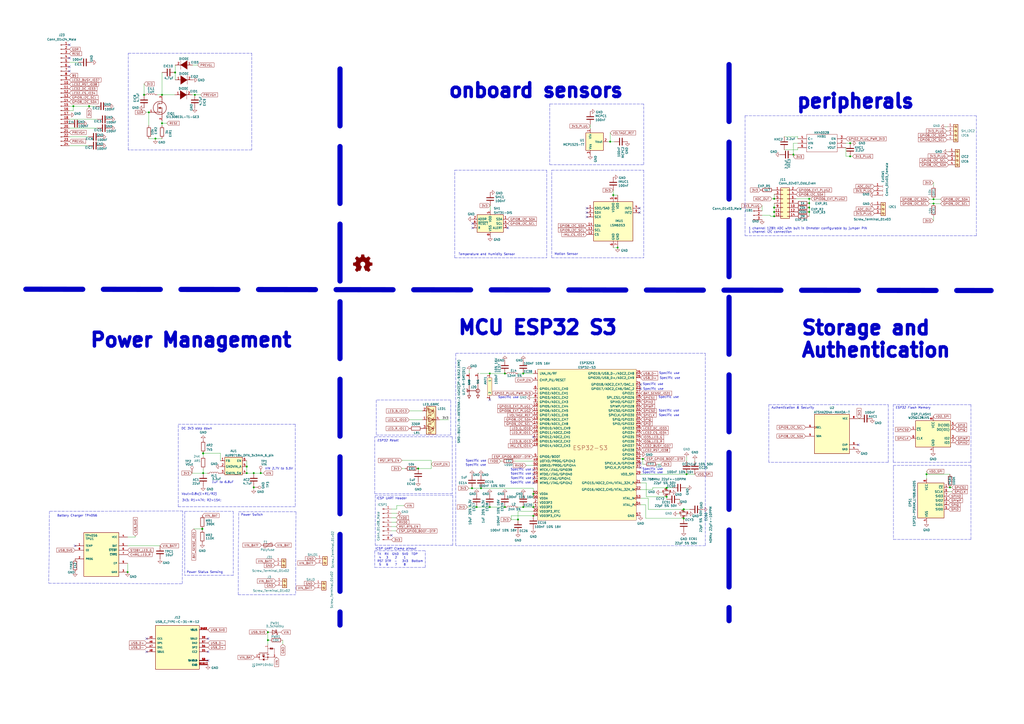
<source format=kicad_sch>
(kicad_sch (version 20211123) (generator eeschema)
  (paper "A2")
  (title_block (title "Smart DAQ Device 1Ch 12Bit ADC / I2C ") (date "2022-10-28") (rev "11-2022") (company "AeonLabs (https://github.com/aeonSolutions)"))
  (lib_symbols
    (symbol "Authentication & Security ICs:ATSHA204A-MAHDA-T" (pin_names (offset 1.016))
      (property "Reference" "U" (at -9.906 7.62 0))
      (property "Value" "ATSHA204A-MAHDA-T" (at -10.1854 -15.2654 0))
      (symbol "ATSHA204A-MAHDA-T_0_0"
        (pin power_in line (at 15.24 -10.16 180) (length 5.08) (name "GND") (number "4"))
        (pin bidirectional line (at -15.24 -2.54 0) (length 5.08) (name "SDA") (number "5"))
        (pin input clock (at -15.24 2.54 0) (length 5.08) (name "SCL") (number "6"))
        (pin power_in line (at 15.24 7.62 180) (length 5.08) (name "VCC") (number "8"))
        (pin power_in line (at 15.24 -7.62 180) (length 5.08) (name "EXP") (number "9"))
      )
    )
    (symbol "Battery Chargers:TP4056" (pin_names (offset 1.016))
      (property "Reference" "U" (at -9.144 10.414 0))
      (property "Value" "TP4056" (at -9.652 -12.446 0))
      (symbol "TP4056_0_0"
        (pin input line (at -15.24 5.08 0) (length 5.08) (name "TEMP") (number "1"))
        (pin bidirectional line (at -15.24 -2.54 0) (length 5.08) (name "PROG") (number "2"))
        (pin power_in line (at 15.24 -10.16 180) (length 5.08) (name "GND") (number "3"))
        (pin power_in line (at 15.24 10.16 180) (length 5.08) (name "VCC") (number "4"))
        (pin output line (at 15.24 5.08 180) (length 5.08) (name "BAT") (number "5"))
        (pin output line (at 15.24 2.54 180) (length 5.08) (name "~{STDBY}") (number "6"))
        (pin output line (at 15.24 0 180) (length 5.08) (name "~{CHRG}") (number "7"))
        (pin input line (at -15.24 2.54 0) (length 5.08) (name "CE") (number "8"))
        (pin passive line (at 15.24 -5.08 180) (length 5.08) (name "EP") (number "9"))
      )
    )
    (symbol "Connector:Conn_01x03_Female" (pin_names (offset 1.016) hide)
      (property "Reference" "J" (at 0 5.08 0))
      (property "Value" "Conn_01x03_Female" (at 0 -5.08 0))
      (symbol "Conn_01x03_Female_1_1"
        (pin passive line (at -5.08 2.54 0) (length 3.81) (name "Pin_1") (number "1"))
        (pin passive line (at -5.08 0 0) (length 3.81) (name "Pin_2") (number "2"))
        (pin passive line (at -5.08 -2.54 0) (length 3.81) (name "Pin_3") (number "3"))
      )
    )
    (symbol "Connector:Conn_01x03_Male" (pin_names (offset 1.016) hide)
      (property "Reference" "J" (at 0 5.08 0))
      (property "Value" "Conn_01x03_Male" (at 0 -5.08 0))
      (symbol "Conn_01x03_Male_1_1"
        (pin passive line (at 5.08 2.54 180) (length 3.81) (name "Pin_1") (number "1"))
        (pin passive line (at 5.08 0 180) (length 3.81) (name "Pin_2") (number "2"))
        (pin passive line (at 5.08 -2.54 180) (length 3.81) (name "Pin_3") (number "3"))
      )
    )
    (symbol "Connector:Conn_01x08_Male" (pin_names (offset 1.016) hide)
      (property "Reference" "J" (at 0 10.16 0))
      (property "Value" "Conn_01x08_Male" (at 0 -12.7 0))
      (symbol "Conn_01x08_Male_1_1"
        (pin passive line (at 5.08 7.62 180) (length 3.81) (name "Pin_1") (number "1"))
        (pin passive line (at 5.08 5.08 180) (length 3.81) (name "Pin_2") (number "2"))
        (pin passive line (at 5.08 2.54 180) (length 3.81) (name "Pin_3") (number "3"))
        (pin passive line (at 5.08 0 180) (length 3.81) (name "Pin_4") (number "4"))
        (pin passive line (at 5.08 -2.54 180) (length 3.81) (name "Pin_5") (number "5"))
        (pin passive line (at 5.08 -5.08 180) (length 3.81) (name "Pin_6") (number "6"))
        (pin passive line (at 5.08 -7.62 180) (length 3.81) (name "Pin_7") (number "7"))
        (pin passive line (at 5.08 -10.16 180) (length 3.81) (name "Pin_8") (number "8"))
      )
    )
    (symbol "Connector:Conn_01x24_Male" (pin_names (offset 1.016) hide)
      (property "Reference" "J" (at 0 30.48 0))
      (property "Value" "Conn_01x24_Male" (at 0 -33.02 0))
      (symbol "Conn_01x24_Male_1_1"
        (pin passive line (at 5.08 27.94 180) (length 3.81) (name "Pin_1") (number "1"))
        (pin passive line (at 5.08 5.08 180) (length 3.81) (name "Pin_10") (number "10"))
        (pin passive line (at 5.08 2.54 180) (length 3.81) (name "Pin_11") (number "11"))
        (pin passive line (at 5.08 0 180) (length 3.81) (name "Pin_12") (number "12"))
        (pin passive line (at 5.08 -2.54 180) (length 3.81) (name "Pin_13") (number "13"))
        (pin passive line (at 5.08 -5.08 180) (length 3.81) (name "Pin_14") (number "14"))
        (pin passive line (at 5.08 -7.62 180) (length 3.81) (name "Pin_15") (number "15"))
        (pin passive line (at 5.08 -10.16 180) (length 3.81) (name "Pin_16") (number "16"))
        (pin passive line (at 5.08 -12.7 180) (length 3.81) (name "Pin_17") (number "17"))
        (pin passive line (at 5.08 -15.24 180) (length 3.81) (name "Pin_18") (number "18"))
        (pin passive line (at 5.08 -17.78 180) (length 3.81) (name "Pin_19") (number "19"))
        (pin passive line (at 5.08 25.4 180) (length 3.81) (name "Pin_2") (number "2"))
        (pin passive line (at 5.08 -20.32 180) (length 3.81) (name "Pin_20") (number "20"))
        (pin passive line (at 5.08 -22.86 180) (length 3.81) (name "Pin_21") (number "21"))
        (pin passive line (at 5.08 -25.4 180) (length 3.81) (name "Pin_22") (number "22"))
        (pin passive line (at 5.08 -27.94 180) (length 3.81) (name "Pin_23") (number "23"))
        (pin passive line (at 5.08 -30.48 180) (length 3.81) (name "Pin_24") (number "24"))
        (pin passive line (at 5.08 22.86 180) (length 3.81) (name "Pin_3") (number "3"))
        (pin passive line (at 5.08 20.32 180) (length 3.81) (name "Pin_4") (number "4"))
        (pin passive line (at 5.08 17.78 180) (length 3.81) (name "Pin_5") (number "5"))
        (pin passive line (at 5.08 15.24 180) (length 3.81) (name "Pin_6") (number "6"))
        (pin passive line (at 5.08 12.7 180) (length 3.81) (name "Pin_7") (number "7"))
        (pin passive line (at 5.08 10.16 180) (length 3.81) (name "Pin_8") (number "8"))
        (pin passive line (at 5.08 7.62 180) (length 3.81) (name "Pin_9") (number "9"))
      )
    )
    (symbol "Connector:Screw_Terminal_01x02" (pin_names (offset 1.016) hide)
      (property "Reference" "J" (at 0 2.54 0))
      (property "Value" "Screw_Terminal_01x02" (at 0 -5.08 0))
      (symbol "Screw_Terminal_01x02_1_1"
        (pin passive line (at -5.08 0 0) (length 3.81) (name "Pin_1") (number "1"))
        (pin passive line (at -5.08 -2.54 0) (length 3.81) (name "Pin_2") (number "2"))
      )
    )
    (symbol "Connector:Screw_Terminal_01x03" (pin_names (offset 1.016) hide)
      (property "Reference" "J" (at 0 5.08 0))
      (property "Value" "Screw_Terminal_01x03" (at 0 -5.08 0))
      (symbol "Screw_Terminal_01x03_1_1"
        (pin passive line (at -5.08 2.54 0) (length 3.81) (name "Pin_1") (number "1"))
        (pin passive line (at -5.08 0 0) (length 3.81) (name "Pin_2") (number "2"))
        (pin passive line (at -5.08 -2.54 0) (length 3.81) (name "Pin_3") (number "3"))
      )
    )
    (symbol "Connector:Screw_Terminal_01x04" (pin_names (offset 1.016) hide)
      (property "Reference" "J" (at 0 5.08 0))
      (property "Value" "Screw_Terminal_01x04" (at 0 -7.62 0))
      (symbol "Screw_Terminal_01x04_1_1"
        (pin passive line (at -5.08 2.54 0) (length 3.81) (name "Pin_1") (number "1"))
        (pin passive line (at -5.08 0 0) (length 3.81) (name "Pin_2") (number "2"))
        (pin passive line (at -5.08 -2.54 0) (length 3.81) (name "Pin_3") (number "3"))
        (pin passive line (at -5.08 -5.08 0) (length 3.81) (name "Pin_4") (number "4"))
      )
    )
    (symbol "Connector:TestPoint" (pin_numbers hide) (pin_names (offset 0.762) hide)
      (property "Reference" "TP" (at 0 6.858 0))
      (property "Value" "TestPoint" (at 0 5.08 0))
      (symbol "TestPoint_1_1"
        (pin passive line (at 0 0 90) (length 2.54) (name "1") (number "1"))
      )
    )
    (symbol "Connector:USB_C_TYPE-C-31-M-12" (pin_names (offset 1.016))
      (property "Reference" "J" (at -12.7 13.462 0))
      (property "Value" "USB_C_TYPE-C-31-M-12" (at -12.7 -15.24 0))
      (symbol "USB_C_TYPE-C-31-M-12_0_0"
        (pin power_in line (at 17.78 -10.16 180) (length 5.08) (name "GND") (number "A1B12"))
        (pin power_in line (at 17.78 10.16 180) (length 5.08) (name "VBUS") (number "A4B9"))
        (pin bidirectional line (at -17.78 5.08 0) (length 5.08) (name "CC1") (number "A5"))
        (pin bidirectional line (at -17.78 2.54 0) (length 5.08) (name "DP1") (number "A6"))
        (pin bidirectional line (at -17.78 0 0) (length 5.08) (name "DN1") (number "A7"))
        (pin bidirectional line (at -17.78 -2.54 0) (length 5.08) (name "SBU1") (number "A8"))
        (pin power_in line (at 17.78 -10.16 180) (length 5.08) (name "GND") (number "B1A12"))
        (pin power_in line (at 17.78 10.16 180) (length 5.08) (name "VBUS") (number "B4A9"))
        (pin bidirectional line (at 17.78 -2.54 180) (length 5.08) (name "CC2") (number "B5"))
        (pin bidirectional line (at 17.78 0 180) (length 5.08) (name "DP2") (number "B6"))
        (pin bidirectional line (at 17.78 2.54 180) (length 5.08) (name "DN2") (number "B7"))
        (pin bidirectional line (at 17.78 5.08 180) (length 5.08) (name "SBU2") (number "B8"))
        (pin passive line (at 17.78 -7.62 180) (length 5.08) (name "SHIELD") (number "S1"))
        (pin passive line (at 17.78 -7.62 180) (length 5.08) (name "SHIELD") (number "S2"))
        (pin passive line (at 17.78 -7.62 180) (length 5.08) (name "SHIELD") (number "S3"))
        (pin passive line (at 17.78 -7.62 180) (length 5.08) (name "SHIELD") (number "S4"))
      )
    )
    (symbol "Connector_Generic:Conn_02x07_Odd_Even" (pin_names (offset 1.016) hide)
      (property "Reference" "J" (at 1.27 10.16 0))
      (property "Value" "Conn_02x07_Odd_Even" (at 1.27 -10.16 0))
      (symbol "Conn_02x07_Odd_Even_1_1"
        (pin passive line (at -5.08 7.62 0) (length 3.81) (name "Pin_1") (number "1"))
        (pin passive line (at 7.62 -2.54 180) (length 3.81) (name "Pin_10") (number "10"))
        (pin passive line (at -5.08 -5.08 0) (length 3.81) (name "Pin_11") (number "11"))
        (pin passive line (at 7.62 -5.08 180) (length 3.81) (name "Pin_12") (number "12"))
        (pin passive line (at -5.08 -7.62 0) (length 3.81) (name "Pin_13") (number "13"))
        (pin passive line (at 7.62 -7.62 180) (length 3.81) (name "Pin_14") (number "14"))
        (pin passive line (at 7.62 7.62 180) (length 3.81) (name "Pin_2") (number "2"))
        (pin passive line (at -5.08 5.08 0) (length 3.81) (name "Pin_3") (number "3"))
        (pin passive line (at 7.62 5.08 180) (length 3.81) (name "Pin_4") (number "4"))
        (pin passive line (at -5.08 2.54 0) (length 3.81) (name "Pin_5") (number "5"))
        (pin passive line (at 7.62 2.54 180) (length 3.81) (name "Pin_6") (number "6"))
        (pin passive line (at -5.08 0 0) (length 3.81) (name "Pin_7") (number "7"))
        (pin passive line (at 7.62 0 180) (length 3.81) (name "Pin_8") (number "8"))
        (pin passive line (at -5.08 -2.54 0) (length 3.81) (name "Pin_9") (number "9"))
      )
    )
    (symbol "Device:C" (pin_numbers hide) (pin_names (offset 0.254))
      (property "Reference" "C" (at 0.635 2.54 0))
      (property "Value" "C" (at 0.635 -2.54 0))
      (symbol "C_1_1"
        (pin passive line (at 0 3.81 270) (length 2.794) (name "~") (number "1"))
        (pin passive line (at 0 -3.81 90) (length 2.794) (name "~") (number "2"))
      )
    )
    (symbol "Device:Crystal_GND24_Small" (pin_names (offset 1.016) hide)
      (property "Reference" "Y" (at 1.27 4.445 0))
      (property "Value" "Crystal_GND24_Small" (at 1.27 2.54 0))
      (symbol "Crystal_GND24_Small_1_1"
        (pin passive line (at -2.54 0 0) (length 1.27) (name "1") (number "1"))
        (pin passive line (at 0 -2.54 90) (length 0.635) (name "2") (number "2"))
        (pin passive line (at 2.54 0 180) (length 1.27) (name "3") (number "3"))
        (pin passive line (at 0 2.54 270) (length 0.635) (name "4") (number "4"))
      )
    )
    (symbol "Device:D_Schottky" (pin_numbers hide) (pin_names (offset 1.016) hide)
      (property "Reference" "D" (at 0 2.54 0))
      (property "Value" "D_Schottky" (at 0 -2.54 0))
      (symbol "D_Schottky_1_1"
        (pin passive line (at -3.81 0 0) (length 2.54) (name "K") (number "1"))
        (pin passive line (at 3.81 0 180) (length 2.54) (name "A") (number "2"))
      )
    )
    (symbol "Device:L" (pin_numbers hide) (pin_names (offset 1.016) hide)
      (property "Reference" "L" (at -1.27 0 90))
      (property "Value" "L" (at 1.905 0 90))
      (symbol "L_1_1"
        (pin passive line (at 0 3.81 270) (length 1.27) (name "1") (number "1"))
        (pin passive line (at 0 -3.81 90) (length 1.27) (name "2") (number "2"))
      )
    )
    (symbol "Device:LED_GBRC" (pin_names (offset 0) hide)
      (property "Reference" "D" (at 0 9.398 0))
      (property "Value" "Device_LED_GBRC" (at 0 -8.89 0))
      (symbol "LED_GBRC_0_0"
        (text "B" (at 1.905 -6.35 0) (effects (font (size 1.27 1.27))))
        (text "G" (at 1.905 -1.27 0) (effects (font (size 1.27 1.27))))
        (text "R" (at 1.905 3.81 0) (effects (font (size 1.27 1.27))))
      )
      (symbol "LED_GBRC_1_1"
        (pin passive line (at 5.08 0 180) (length 2.54) (name "GA") (number "1"))
        (pin passive line (at 5.08 -5.08 180) (length 2.54) (name "BA") (number "2"))
        (pin passive line (at 5.08 5.08 180) (length 2.54) (name "RA") (number "3"))
        (pin passive line (at -5.08 0 0) (length 2.54) (name "K") (number "4"))
      )
    )
    (symbol "Device:Polyfuse" (pin_numbers hide) (pin_names (offset 0))
      (property "Reference" "F" (at -2.54 0 90))
      (property "Value" "Polyfuse" (at 2.54 0 90))
      (symbol "Polyfuse_1_1"
        (pin passive line (at 0 3.81 270) (length 1.27) (name "~") (number "1"))
        (pin passive line (at 0 -3.81 90) (length 1.27) (name "~") (number "2"))
      )
    )
    (symbol "Device:R" (pin_numbers hide) (pin_names (offset 0))
      (property "Reference" "R" (at 2.032 0 90))
      (property "Value" "R" (at 0 0 90))
      (symbol "R_1_1"
        (pin passive line (at 0 3.81 270) (length 1.27) (name "~") (number "1"))
        (pin passive line (at 0 -3.81 90) (length 1.27) (name "~") (number "2"))
      )
    )
    (symbol "Espressif:ESP32-S3" (pin_names (offset 1.016))
      (property "Reference" "U" (at 0 46.99 0))
      (property "Value" "ESP32-S3" (at 0 -43.18 0))
      (symbol "ESP32-S3_0_0"
        (text "ESP32-S3" (at 1.27 0 0) (effects (font (size 2.54 2.54))))
        (pin bidirectional line (at 30.48 -8.89 180) (length 2.54) (name "SPICLK_N/GPIO48") (number "36"))
        (pin bidirectional line (at 30.48 -11.43 180) (length 2.54) (name "SPICLK_P/GPIO47") (number "37"))
      )
      (symbol "ESP32-S3_1_1"
        (pin bidirectional line (at -31.75 43.18 0) (length 2.54) (name "LNA_IN/RF") (number "1"))
        (pin bidirectional line (at -31.75 24.13 0) (length 2.54) (name "GPIO5/ADC1_CH4") (number "10"))
        (pin bidirectional line (at -31.75 21.59 0) (length 2.54) (name "GPIO6/ADC1_CH5") (number "11"))
        (pin bidirectional line (at -31.75 19.05 0) (length 2.54) (name "GPIO7/ADC1_CH6") (number "12"))
        (pin bidirectional line (at -31.75 16.51 0) (length 2.54) (name "GPIO8/ADC1_CH7") (number "13"))
        (pin bidirectional line (at -31.75 13.97 0) (length 2.54) (name "GPIO9/ADC1_CH8") (number "14"))
        (pin bidirectional line (at -31.75 11.43 0) (length 2.54) (name "GPIO10/ADC1_CH9") (number "15"))
        (pin bidirectional line (at -31.75 8.89 0) (length 2.54) (name "GPIO11/ADC2_CH0") (number "16"))
        (pin bidirectional line (at -31.75 6.35 0) (length 2.54) (name "GPIO12/ADC2_CH1") (number "17"))
        (pin bidirectional line (at -31.75 3.81 0) (length 2.54) (name "GPIO13/ADC2_CH2") (number "18"))
        (pin bidirectional line (at -31.75 1.27 0) (length 2.54) (name "GPIO14/ADC2_CH3") (number "19"))
        (pin power_in line (at -31.75 -31.75 0) (length 2.54) (name "VDD3P3") (number "2"))
        (pin power_in line (at -31.75 -36.83 0) (length 2.54) (name "VDD3P3_RTC") (number "20"))
        (pin input clock (at 30.48 -20.32 180) (length 2.54) (name "GPIO15/ADC2_CH4/XTAL_32K_P") (number "21"))
        (pin output clock (at 30.48 -24.13 180) (length 2.54) (name "GPIO16/ADC2_CH5/XTAL_32K_N") (number "22"))
        (pin bidirectional line (at 30.48 34.29 180) (length 2.54) (name "GPIO17/ADC2_CH6/DAC_2") (number "23"))
        (pin bidirectional line (at 30.48 36.83 180) (length 2.54) (name "GPIO18/ADC2_CH7/DAC_1") (number "24"))
        (pin bidirectional line (at 30.48 43.18 180) (length 2.54) (name "GPIO19/USB_D-/ADC2_CH8") (number "25"))
        (pin bidirectional line (at 30.48 40.64 180) (length 2.54) (name "GPIO20/USB_D+/ADC2_CH9") (number "26"))
        (pin bidirectional line (at 30.48 31.75 180) (length 2.54) (name "GPIO21") (number "27"))
        (pin bidirectional line (at 30.48 29.21 180) (length 2.54) (name "SPI_CS1/GPIO26") (number "28"))
        (pin power_out line (at 30.48 -15.24 180) (length 2.54) (name "VDD_SPI") (number "29"))
        (pin power_in line (at -31.75 -34.29 0) (length 2.54) (name "VDD3P3") (number "3"))
        (pin bidirectional line (at 30.48 26.67 180) (length 2.54) (name "SPIHD/GPIO27") (number "30"))
        (pin bidirectional line (at 30.48 24.13 180) (length 2.54) (name "SPIWP/GPIO28") (number "31"))
        (pin bidirectional line (at 30.48 21.59 180) (length 2.54) (name "SPICS0/GPIO29") (number "32"))
        (pin bidirectional line (at 30.48 19.05 180) (length 2.54) (name "SPICLK/GPIO30") (number "33"))
        (pin bidirectional line (at 30.48 16.51 180) (length 2.54) (name "SPIQ/GPIO31") (number "34"))
        (pin bidirectional line (at 30.48 13.97 180) (length 2.54) (name "SPID/GPIO32") (number "35"))
        (pin bidirectional line (at 30.48 11.43 180) (length 2.54) (name "GPIO33") (number "38"))
        (pin bidirectional line (at 30.48 8.89 180) (length 2.54) (name "GPIO34") (number "39"))
        (pin input line (at -31.75 39.37 0) (length 2.54) (name "CHIP_PU/RESET") (number "4"))
        (pin bidirectional line (at 30.48 6.35 180) (length 2.54) (name "GPIO35") (number "40"))
        (pin bidirectional line (at 30.48 3.81 180) (length 2.54) (name "GPIO36") (number "41"))
        (pin bidirectional line (at 30.48 1.27 180) (length 2.54) (name "GPIO37") (number "42"))
        (pin bidirectional line (at 30.48 -1.27 180) (length 2.54) (name "GPIO38") (number "43"))
        (pin bidirectional line (at -31.75 -12.7 0) (length 2.54) (name "MTCK/JTAG/GPIO39") (number "44"))
        (pin bidirectional line (at -31.75 -15.24 0) (length 2.54) (name "MTDO/JTAG/GPIO40") (number "45"))
        (pin power_in line (at -31.75 -39.37 0) (length 2.54) (name "VDD3P3_CPU") (number "46"))
        (pin bidirectional line (at -31.75 -17.78 0) (length 2.54) (name "MTDI/JTAG/GPIO41") (number "47"))
        (pin bidirectional line (at -31.75 -20.32 0) (length 2.54) (name "MTMS/JTAG/GPIO42") (number "48"))
        (pin bidirectional line (at -31.75 -7.62 0) (length 2.54) (name "U0TXD/PROG/GPIO43") (number "49"))
        (pin bidirectional line (at -31.75 -5.08 0) (length 2.54) (name "GPIO0/BOOT") (number "5"))
        (pin bidirectional line (at -31.75 -10.16 0) (length 2.54) (name "U0RXD/PROG/GPIO44") (number "50"))
        (pin bidirectional line (at 30.48 -3.81 180) (length 2.54) (name "GPIO45") (number "51"))
        (pin bidirectional line (at 30.48 -6.35 180) (length 2.54) (name "GPIO46") (number "52"))
        (pin input clock (at 30.48 -29.21 180) (length 2.54) (name "XTAL_N") (number "53"))
        (pin output clock (at 30.48 -33.02 180) (length 2.54) (name "XTAL_P") (number "54"))
        (pin power_in line (at -31.75 -26.67 0) (length 2.54) (name "VDDA") (number "55"))
        (pin power_in line (at -31.75 -29.21 0) (length 2.54) (name "VDDA") (number "56"))
        (pin power_in line (at 30.48 -39.37 180) (length 2.54) (name "GND") (number "57"))
        (pin bidirectional line (at -31.75 34.29 0) (length 2.54) (name "GPIO1/ADC1_CH0") (number "6"))
        (pin bidirectional line (at -31.75 31.75 0) (length 2.54) (name "GPIO2/ADC1_CH1") (number "7"))
        (pin bidirectional line (at -31.75 29.21 0) (length 2.54) (name "GPIO3/ADC1_CH2") (number "8"))
        (pin bidirectional line (at -31.75 26.67 0) (length 2.54) (name "GPIO4/ADC1_CH3") (number "9"))
      )
    )
    (symbol "Graphic:Logo_Open_Hardware_Small" (pin_names (offset 1.016)))
    (symbol "HX4002:HX4002" (pin_names (offset 0.762))
      (property "Reference" "IC" (at 24.13 7.62 0))
      (property "Value" "HX4002_HX4002" (at 24.13 5.08 0))
      (symbol "HX4002_0_0"
        (pin passive line (at 0 0 0) (length 5.08) (name "VOUT") (number "1"))
        (pin passive line (at 0 -2.54 0) (length 5.08) (name "GND") (number "2"))
        (pin passive line (at 0 -5.08 0) (length 5.08) (name "EN") (number "3"))
        (pin passive line (at 27.94 -5.08 180) (length 5.08) (name "C-") (number "4"))
        (pin passive line (at 27.94 -2.54 180) (length 5.08) (name "VIN") (number "5"))
        (pin passive line (at 27.94 0 180) (length 5.08) (name "C+") (number "6"))
      )
    )
    (symbol "Memory_Flash:W25Q128JVS"
      (property "Reference" "U" (at -8.89 8.89 0))
      (property "Value" "W25Q128JVS" (at 7.62 8.89 0))
      (symbol "W25Q128JVS_1_1"
        (pin input line (at -12.7 2.54 0) (length 2.54) (name "~{CS}") (number "1"))
        (pin bidirectional line (at 12.7 2.54 180) (length 2.54) (name "DO(IO1)") (number "2"))
        (pin bidirectional line (at 12.7 -2.54 180) (length 2.54) (name "IO2") (number "3"))
        (pin power_in line (at 0 -10.16 90) (length 2.54) (name "GND") (number "4"))
        (pin bidirectional line (at 12.7 5.08 180) (length 2.54) (name "DI(IO0)") (number "5"))
        (pin input line (at -12.7 -2.54 0) (length 2.54) (name "CLK") (number "6"))
        (pin bidirectional line (at 12.7 -5.08 180) (length 2.54) (name "IO3") (number "7"))
        (pin power_in line (at 0 10.16 270) (length 2.54) (name "VCC") (number "8"))
      )
    )
    (symbol "Memory_RAM:ESP32-PSRAM_LY68L6400S"
      (property "Reference" "EPS" (at -5.08 0.508 0))
      (property "Value" "ESP32-PSRAM_LY68L6400S" (at -12.192 23.368 0))
      (symbol "ESP32-PSRAM_LY68L6400S_1_1"
        (pin input line (at 10.16 7.62 180) (length 2.54) (name "~{CE}") (number "1"))
        (pin input line (at 10.16 -2.54 180) (length 2.54) (name "SIO1") (number "2"))
        (pin bidirectional line (at 10.16 0 180) (length 2.54) (name "SIO2") (number "3"))
        (pin power_in line (at -2.54 -12.7 90) (length 2.54) (name "VSS") (number "4"))
        (pin output line (at 10.16 -5.08 180) (length 2.54) (name "SiO0") (number "5"))
        (pin output line (at 10.16 5.08 180) (length 2.54) (name "SCLK") (number "6"))
        (pin bidirectional line (at 10.16 2.54 180) (length 2.54) (name "SIO3") (number "7"))
        (pin power_in line (at -2.54 12.7 270) (length 2.54) (name "VCC") (number "8"))
      )
    )
    (symbol "Power_Management:AUR9718x_DFN_3x3mm_6_pin"
      (property "Reference" "U" (at -5.842 8.636 0))
      (property "Value" "AUR9718x_DFN_3x3mm_6_pin" (at -15.748 18.288 0))
      (symbol "AUR9718x_DFN_3x3mm_6_pin_1_1"
        (pin input line (at -10.16 3.048 0) (length 2.54) (name "FB") (number "1"))
        (pin output line (at -10.16 -0.254 0) (length 2.54) (name "GND") (number "2"))
        (pin bidirectional line (at -10.16 -4.064 0) (length 2.54) (name "SW") (number "3"))
        (pin input line (at 5.08 -4.064 180) (length 2.54) (name "VIN_SW") (number "4"))
        (pin power_out line (at 5.08 -0.254 180) (length 2.54) (name "VIN_A") (number "5"))
        (pin power_in line (at 5.08 3.048 180) (length 2.54) (name "EN") (number "6"))
      )
    )
    (symbol "RF:U.FL-R-SMT(01)" (pin_names (offset 1.016))
      (property "Reference" "J" (at -3.81 4.064 0))
      (property "Value" "U.FL-R-SMT(01)" (at -4.318 -5.588 0))
      (symbol "U.FL-R-SMT(01)_0_0"
        (pin passive line (at -10.16 -2.54 0) (length 2.54) (name "GND") (number "1"))
        (pin passive line (at -10.16 -2.54 0) (length 2.54) (name "GND") (number "2"))
        (pin passive line (at -10.16 2.54 0) (length 2.54) (name "SIG") (number "3"))
      )
    )
    (symbol "RF_WiFi:SMD-BUILT-IN-ANTENNA-2.4GHZ(2P-9.5X2.1MM)" (pin_names (offset 1.016))
      (property "Reference" "ANT" (at -2.54 1.905 0))
      (property "Value" "SMD-BUILT-IN-ANTENNA-2.4GHZ(2P-9.5X2.1MM)" (at -20.828 5.588 0))
      (symbol "SMD-BUILT-IN-ANTENNA-2.4GHZ(2P-9.5X2.1MM)_0_0"
        (pin bidirectional line (at -7.62 0 0) (length 2.54) (name "1") (number "1"))
        (pin bidirectional line (at 7.62 0 180) (length 2.54) (name "2") (number "2"))
      )
    )
    (symbol "Reference_Voltage:MCP1525-TT"
      (property "Reference" "U" (at 1.27 8.255 0))
      (property "Value" "MCP1525-TT" (at 1.27 6.35 0))
      (symbol "MCP1525-TT_1_1"
        (pin power_in line (at 0 7.62 270) (length 2.54) (name "Vin") (number "1"))
        (pin power_out line (at 10.16 0 180) (length 2.54) (name "Vout") (number "2"))
        (pin power_in line (at 0 -7.62 90) (length 2.54) (name "Vss") (number "3"))
      )
    )
    (symbol "Sensor_Humidity:SHT31-DIS"
      (property "Reference" "U" (at -6.35 6.35 0))
      (property "Value" "SHT31-DIS" (at 6.35 6.35 0))
      (symbol "SHT31-DIS_1_1"
        (pin bidirectional line (at 10.16 2.54 180) (length 2.54) (name "SDA") (number "1"))
        (pin input line (at -10.16 2.54 0) (length 2.54) (name "ADDR") (number "2"))
        (pin output line (at 10.16 -2.54 180) (length 2.54) (name "ALERT") (number "3"))
        (pin input line (at 10.16 0 180) (length 2.54) (name "SCL") (number "4"))
        (pin power_in line (at 0 7.62 270) (length 2.54) (name "VDD") (number "5"))
        (pin input line (at -10.16 0 0) (length 2.54) (name "~{RESET}") (number "6"))
        (pin passive line (at -10.16 -2.54 0) (length 2.54) (name "R") (number "7"))
        (pin power_in line (at 0 -7.62 90) (length 2.54) (name "VSS") (number "8"))
        (pin passive line (at 0 -7.62 90) (length 2.54) hide (name "VSS") (number "9"))
      )
    )
    (symbol "Sensor_Motion:LSM6DS3"
      (property "Reference" "U" (at -11.43 15.24 0))
      (property "Value" "LSM6DS3" (at -11.43 12.7 0))
      (symbol "LSM6DS3_1_1"
        (pin bidirectional line (at -15.24 7.62 0) (length 3.81) (name "SDO/SA0") (number "1"))
        (pin no_connect line (at 10.16 -5.08 180) (length 3.81) hide (name "NC") (number "10"))
        (pin no_connect line (at 10.16 -2.54 180) (length 3.81) hide (name "NC") (number "11"))
        (pin input line (at -15.24 -7.62 0) (length 3.81) (name "CS") (number "12"))
        (pin input line (at -15.24 -5.08 0) (length 3.81) (name "SCL") (number "13"))
        (pin bidirectional line (at -15.24 -2.54 0) (length 3.81) (name "SDA") (number "14"))
        (pin bidirectional line (at -15.24 5.08 0) (length 3.81) (name "SDX") (number "2"))
        (pin input line (at -15.24 2.54 0) (length 3.81) (name "SCX") (number "3"))
        (pin output line (at 15.24 7.62 180) (length 3.81) (name "INT1") (number "4"))
        (pin power_in line (at 0 15.24 270) (length 3.81) (name "VDDIO") (number "5"))
        (pin power_in line (at 0 -15.24 90) (length 3.81) (name "GND") (number "6"))
        (pin power_in line (at 2.54 -15.24 90) (length 3.81) (name "GND") (number "7"))
        (pin power_in line (at 2.54 15.24 270) (length 3.81) (name "VDD") (number "8"))
        (pin output line (at 15.24 5.08 180) (length 3.81) (name "INT2") (number "9"))
      )
    )
    (symbol "Transistor_FET:DMP1045U" (pin_names (offset 1.016))
      (property "Reference" "Q" (at -10.16 7.62 0))
      (property "Value" "DMP1045U" (at -10.16 -7.62 0))
      (symbol "DMP1045U_0_0"
        (pin passive line (at -5.08 2.54 0) (length 2.54) (name "~") (number "1"))
        (pin passive line (at 2.54 7.62 270) (length 2.54) (name "~") (number "2"))
        (pin passive line (at 2.54 -5.08 90) (length 2.54) (name "~") (number "3"))
      )
    )
    (symbol "Transistor_FET:SI1308EDL-T1-GE3" (pin_names (offset 1.016) hide)
      (property "Reference" "Q" (at 11.43 3.81 0))
      (property "Value" "SI1308EDL-T1-GE3" (at 13.208 6.604 0))
      (symbol "SI1308EDL-T1-GE3_0_0"
        (pin bidirectional line (at 0 0 0) (length 2.54) (name "~") (number "1"))
        (pin bidirectional line (at 7.62 -5.08 90) (length 2.54) (name "~") (number "2"))
        (pin bidirectional line (at 7.62 10.16 270) (length 2.54) (name "~") (number "3"))
      )
    )
    (symbol "power:GND" (power) (pin_names (offset 0))
      (property "Value" "GND" (at 0 -3.81 0))
      (symbol "GND_1_1"
        (pin power_in line (at 0 0 270) (length 0) hide (name "GND") (number "1"))
      )
    )
    (symbol "pspice:DIODE" (pin_names (offset 1.016) hide)
      (property "Reference" "D" (at 0 3.81 0))
      (property "Value" "DIODE" (at 0 -4.445 0))
      (symbol "DIODE_1_1"
        (pin input line (at -5.08 0 0) (length 3.81) (name "K") (number "1"))
        (pin input line (at 5.08 0 180) (length 3.81) (name "A") (number "2"))
      )
    )
  )
  (junction (at 386.715 283.083))
  (junction (at 358.267 143.637))
  (junction (at 83.566 54.991))
  (junction (at 42.545 61.595))
  (junction (at 386.715 282.956))
  (junction (at 396.621 300.736))
  (junction (at 303.53 216.662))
  (junction (at 396.621 300.609))
  (junction (at 284.099 294.132))
  (junction (at 469.392 115.316))
  (junction (at 155.3972 366.7252))
  (junction (at 469.392 120.396))
  (junction (at 292.862 294.132))
  (junction (at 90.17 80.391))
  (junction (at 372.872 266.192))
  (junction (at 449.072 115.316))
  (junction (at 449.072 122.936))
  (junction (at 117.348 306.832))
  (junction (at 284.099 216.662))
  (junction (at 117.348 306.705))
  (junction (at 143.129 270.637))
  (junction (at 143.129 274.447))
  (junction (at 460.248 89.662))
  (junction (at 273.812 283.21))
  (junction (at 276.479 294.132))
  (junction (at 300.482 301.371))
  (junction (at 113.03 54.991))
  (junction (at 309.372 299.212))
  (junction (at 155.3972 371.348))
  (junction (at 537.464 275.082))
  (junction (at 353.949 82.169))
  (junction (at 101.6 42.037))
  (junction (at 93.98 54.991))
  (junction (at 147.193 282.702))
  (junction (at 117.856 262.89))
  (junction (at 541.528 118.11))
  (junction (at 493.1664 83.058))
  (junction (at 355.727 113.157))
  (junction (at 242.57 271.78))
  (junction (at 309.372 294.132))
  (junction (at 396.621 295.402))
  (junction (at 493.1664 90.678))
  (junction (at 292.862 216.662))
  (junction (at 151.257 274.447))
  (junction (at 303.53 294.132))
  (junction (at 541.528 115.57))
  (junction (at 93.98 71.501))
  (junction (at 386.715 288.163))
  (junction (at 309.372 286.512))
  (junction (at 551.053 282.702))
  (junction (at 469.392 122.936))
  (junction (at 74.041 331.851))
  (junction (at 117.856 263.017))
  (junction (at 469.392 117.856))
  (junction (at 449.072 120.396))
  (junction (at 396.621 295.529))
  (junction (at 86.36 65.151))
  (junction (at 449.072 125.4506))
  (junction (at 117.856 274.447))
  (junction (at 398.272 275.082))
  (junction (at 147.193 274.447))
  (junction (at 279.019 283.21))
  (junction (at 51.689 61.595))
  (no_connect (at 309.372 272.542))
  (no_connect (at 309.372 275.082))
  (no_connect (at 309.372 277.622))
  (no_connect (at 309.372 280.162))
  (no_connect (at 40.259 26.035))
  (no_connect (at 340.487 123.317))
  (no_connect (at 370.967 120.777))
  (no_connect (at 43.561 316.611))
  (no_connect (at 370.967 123.317))
  (no_connect (at 40.259 41.275))
  (no_connect (at 340.487 125.857))
  (no_connect (at 371.602 225.552))
  (no_connect (at 284.099 231.902))
  (no_connect (at 227.076 310.515))
  (no_connect (at 40.259 33.655))
  (no_connect (at 371.602 271.272))
  (no_connect (at 85.09 370.459))
  (no_connect (at 371.602 223.012))
  (no_connect (at 371.602 268.732))
  (no_connect (at 120.65 378.079))
  (no_connect (at 85.09 378.079))
  (no_connect (at 340.487 120.777))
  (no_connect (at 294.513 132.207))
  (no_connect (at 274.193 129.667))
  (no_connect (at 274.193 132.207))
  (no_connect (at 40.259 38.735))
  (no_connect (at 120.65 383.159))
  (no_connect (at 120.65 370.459))
  (no_connect (at 309.372 253.492))
  (no_connect (at 497.84 258.064))
  (wire (pts (xy 460.248 83.058) (xy 460.248 89.662)))
  (wire (pts (xy 303.53 294.132) (xy 309.372 294.132)))
  (wire (pts (xy 551.053 282.702) (xy 550.164 282.702)))
  (wire (pts (xy 305.181 270.002) (xy 309.372 270.002)))
  (polyline (pts (xy 107.188 296.672) (xy 107.188 333.756)))
  (wire (pts (xy 56.388 74.295) (xy 40.259 74.295)))
  (wire (pts (xy 371.602 283.972) (xy 378.587 283.972)))
  (polyline (pts (xy 263.779 149.606) (xy 263.779 98.679)))
  (polyline (pts (xy 518.287 271.399) (xy 518.287 312.928)))
  (wire (pts (xy 374.523 300.609) (xy 396.621 300.609)))
  (wire (pts (xy 147.193 274.447) (xy 151.257 274.447)))
  (polyline (pts (xy 246.761 329.184) (xy 246.761 319.532)))
  (wire (pts (xy 358.267 113.157) (xy 355.727 113.157)))
  (wire (pts (xy 300.482 294.132) (xy 303.53 294.132)))
  (wire (pts (xy 376.047 295.529) (xy 376.047 289.052)))
  (wire (pts (xy 470.408 115.316) (xy 469.392 115.316)))
  (polyline (pts (xy 373.38 98.679) (xy 373.38 149.606)))
  (wire (pts (xy 83.566 48.641) (xy 83.566 54.991)))
  (wire (pts (xy 449.072 112.776) (xy 449.072 115.316)))
  (wire (pts (xy 164.084 373.7356) (xy 164.084 371.348)))
  (polyline (pts (xy 218.313 232.029) (xy 218.313 252.349)))
  (polyline (pts (xy 432.181 67.056) (xy 432.181 136.779)))
  (polyline (pts (xy 318.897 60.198) (xy 318.897 60.325)))
  (wire (pts (xy 290.449 267.462) (xy 291.084 267.462)))
  (wire (pts (xy 284.099 294.132) (xy 292.862 294.132)))
  (wire (pts (xy 371.602 292.862) (xy 374.523 292.862)))
  (wire (pts (xy 143.129 270.637) (xy 143.129 274.447)))
  (wire (pts (xy 373.507 266.192) (xy 372.872 266.192)))
  (wire (pts (xy 276.479 294.132) (xy 284.099 294.132)))
  (wire (pts (xy 448.818 110.236) (xy 449.072 110.236)))
  (wire (pts (xy 396.621 295.402) (xy 396.621 295.529)))
  (wire (pts (xy 233.172 267.081) (xy 250.19 267.081)))
  (wire (pts (xy 300.482 216.662) (xy 303.53 216.662)))
  (wire (pts (xy 244.983 238.379) (xy 237.49 238.379)))
  (polyline (pts (xy 432.181 136.779) (xy 566.42 136.779)))
  (polyline (pts (xy 320.04 149.606) (xy 320.04 98.679)))
  (wire (pts (xy 449.072 125.4506) (xy 446.8876 125.4506)))
  (polyline (pts (xy 262.636 287.401) (xy 217.678 287.401)))
  (wire (pts (xy 84.709 65.151) (xy 86.36 65.151)))
  (wire (pts (xy 371.602 275.082) (xy 398.272 275.082)))
  (wire (pts (xy 230.124 293.243) (xy 234.442 293.243)))
  (polyline (pts (xy 320.04 98.679) (xy 373.38 98.679)))
  (polyline (pts (xy 28.702 296.545) (xy 28.321 338.328)))
  (wire (pts (xy 356.362 82.169) (xy 353.949 82.169)))
  (wire (pts (xy 296.545 299.212) (xy 309.372 299.212)))
  (wire (pts (xy 493.1664 83.058) (xy 493.903 83.058)))
  (polyline (pts (xy 217.424 286.385) (xy 217.424 253.365)))
  (wire (pts (xy 372.872 266.192) (xy 371.602 266.192)))
  (wire (pts (xy 237.363 243.459) (xy 244.983 243.459)))
  (wire (pts (xy 548.4622 73.4568) (xy 549.3512 73.4568)))
  (polyline (pts (xy 318.897 95.504) (xy 373.38 95.504)))
  (wire (pts (xy 398.272 275.082) (xy 403.098 275.082)))
  (wire (pts (xy 541.528 118.11) (xy 545.592 118.11)))
  (polyline (pts (xy 217.678 316.357) (xy 262.636 316.357)))
  (polyline (pts (xy 138.43 296.926) (xy 171.704 296.926)))
  (wire (pts (xy 117.348 306.832) (xy 117.348 307.467)))
  (polyline (pts (xy 373.38 60.325) (xy 318.897 60.325)))
  (wire (pts (xy 86.36 80.391) (xy 90.17 80.391)))
  (wire (pts (xy 271.907 283.21) (xy 273.812 283.21)))
  (polyline (pts (xy 263.779 149.606) (xy 317.119 149.606)))
  (wire (pts (xy 250.19 267.081) (xy 250.19 271.78)))
  (wire (pts (xy 449.072 125.4506) (xy 449.072 125.476)))
  (wire (pts (xy 400.05 295.529) (xy 396.621 295.529)))
  (wire (pts (xy 460.248 83.058) (xy 462.788 83.058)))
  (wire (pts (xy 155.3972 366.7252) (xy 155.3972 371.348)))
  (polyline (pts (xy 103.378 294.005) (xy 103.378 246.126)))
  (polyline (pts (xy 422.91 37.465) (xy 422.91 360.045)) (stroke (width 3)))
  (wire (pts (xy 227.076 300.355) (xy 229.87 300.355)))
  (wire (pts (xy 550.1386 90.5002) (xy 550.2656 90.5002)))
  (wire (pts (xy 541.528 115.57) (xy 545.592 115.57)))
  (wire (pts (xy 537.464 275.082) (xy 551.053 275.082)))
  (wire (pts (xy 358.267 143.637) (xy 355.727 143.637)))
  (wire (pts (xy 397.764 282.956) (xy 398.526 282.956)))
  (wire (pts (xy 309.245 264.922) (xy 309.372 264.922)))
  (wire (pts (xy 469.392 117.856) (xy 469.392 120.396)))
  (polyline (pts (xy 261.493 252.349) (xy 261.493 232.029)))
  (wire (pts (xy 51.689 61.595) (xy 51.689 62.357)))
  (wire (pts (xy 309.372 296.672) (xy 300.482 296.672)))
  (wire (pts (xy 93.98 42.037) (xy 93.98 54.991)))
  (polyline (pts (xy 262.382 253.365) (xy 262.382 286.512)))
  (wire (pts (xy 40.259 64.135) (xy 42.545 64.135)))
  (wire (pts (xy 112.395 306.832) (xy 117.348 306.832)))
  (wire (pts (xy 386.715 288.163) (xy 374.904 288.163)))
  (wire (pts (xy 386.715 282.956) (xy 386.715 283.083)))
  (wire (pts (xy 298.704 267.462) (xy 309.372 267.462)))
  (wire (pts (xy 147.193 283.591) (xy 147.193 282.702)))
  (polyline (pts (xy 106.045 296.418) (xy 28.702 296.545)))
  (wire (pts (xy 303.53 216.662) (xy 309.372 216.662)))
  (polyline (pts (xy 217.678 287.401) (xy 217.678 316.357)))
  (polyline (pts (xy 135.382 333.756) (xy 107.188 333.756)))
  (wire (pts (xy 227.076 297.815) (xy 230.124 297.815)))
  (polyline (pts (xy 262.636 287.401) (xy 262.636 316.357)))
  (wire (pts (xy 101.6 42.037) (xy 101.6 46.355)))
  (wire (pts (xy 117.856 263.017) (xy 117.856 262.89)))
  (wire (pts (xy 78.486 311.531) (xy 74.041 311.531)))
  (wire (pts (xy 462.788 80.518) (xy 462.788 79.248)))
  (wire (pts (xy 374.904 280.162) (xy 374.904 288.163)))
  (polyline (pts (xy 317.119 98.679) (xy 317.119 149.606)))
  (polyline (pts (xy 138.176 344.932) (xy 171.45 344.932)))
  (wire (pts (xy 155.3972 366.6744) (xy 155.3972 366.7252)))
  (wire (pts (xy 155.3972 371.348) (xy 155.3972 373.6848)))
  (polyline (pts (xy 14.986 167.767) (xy 574.929 168.529)) (stroke (width 3)))
  (wire (pts (xy 91.186 54.991) (xy 93.98 54.991)))
  (wire (pts (xy 449.072 122.936) (xy 449.072 125.4506)))
  (polyline (pts (xy 563.245 268.224) (xy 518.16 268.224)))
  (wire (pts (xy 151.257 274.447) (xy 152.781 274.447)))
  (wire (pts (xy 462.788 86.868) (xy 454.8632 86.868)))
  (polyline (pts (xy 103.378 246.126) (xy 171.323 246.126)))
  (polyline (pts (xy 563.245 234.696) (xy 563.245 268.224)))
  (polyline (pts (xy 197.231 40.005) (xy 197.231 362.585)) (stroke (width 3)))
  (wire (pts (xy 143.129 267.335) (xy 143.129 270.637)))
  (wire (pts (xy 460.248 89.662) (xy 460.248 90.932)))
  (polyline (pts (xy 318.897 60.325) (xy 318.897 95.504)))
  (wire (pts (xy 462.788 79.248) (xy 454.8632 79.248)))
  (wire (pts (xy 300.482 301.371) (xy 296.545 301.371)))
  (polyline (pts (xy 262.509 286.385) (xy 217.424 286.385)))
  (wire (pts (xy 374.904 280.162) (xy 371.602 280.162)))
  (wire (pts (xy 227.076 305.435) (xy 229.87 305.435)))
  (wire (pts (xy 309.372 291.592) (xy 309.372 294.132)))
  (polyline (pts (xy 518.16 234.696) (xy 563.245 234.696)))
  (wire (pts (xy 278.511 216.662) (xy 284.099 216.662)))
  (wire (pts (xy 549.8846 87.9602) (xy 550.2656 87.9602)))
  (wire (pts (xy 117.856 262.89) (xy 127.889 262.89)))
  (wire (pts (xy 462.788 85.598) (xy 462.788 86.868)))
  (wire (pts (xy 78.486 310.896) (xy 78.486 311.531)))
  (wire (pts (xy 490.728 90.678) (xy 493.1664 90.678)))
  (wire (pts (xy 469.392 115.316) (xy 469.392 117.856)))
  (wire (pts (xy 541.528 105.918) (xy 541.528 107.95)))
  (wire (pts (xy 51.181 79.375) (xy 40.259 79.375)))
  (wire (pts (xy 42.545 61.595) (xy 40.259 61.595)))
  (wire (pts (xy 355.727 110.363) (xy 355.727 113.157)))
  (wire (pts (xy 55.499 61.595) (xy 51.689 61.595)))
  (wire (pts (xy 374.523 292.862) (xy 374.523 300.609)))
  (wire (pts (xy 117.856 264.541) (xy 117.856 263.017)))
  (wire (pts (xy 378.587 283.972) (xy 378.587 282.956)))
  (wire (pts (xy 539.115 118.11) (xy 541.528 118.11)))
  (polyline (pts (xy 409.194 316.484) (xy 264.414 316.484)))
  (wire (pts (xy 403.098 267.462) (xy 403.098 266.827)))
  (polyline (pts (xy 261.493 232.029) (xy 218.313 232.029)))
  (polyline (pts (xy 107.188 296.672) (xy 135.382 296.672)))
  (wire (pts (xy 386.715 289.687) (xy 386.715 288.163)))
  (polyline (pts (xy 74.422 86.995) (xy 74.422 30.861)))
  (wire (pts (xy 376.047 289.052) (xy 371.602 289.052)))
  (polyline (pts (xy 518.287 312.928) (xy 563.245 312.928)))
  (polyline (pts (xy 138.176 344.932) (xy 138.43 296.926)))
  (polyline (pts (xy 146.05 30.861) (xy 146.05 86.995)))
  (polyline (pts (xy 518.287 270.002) (xy 518.287 271.272)))
  (wire (pts (xy 342.392 72.263) (xy 342.392 74.549)))
  (wire (pts (xy 93.98 71.501) (xy 96.774 71.501)))
  (wire (pts (xy 271.145 294.132) (xy 276.479 294.132)))
  (wire (pts (xy 394.081 298.069) (xy 393.192 298.069)))
  (wire (pts (xy 74.041 316.611) (xy 92.837 316.611)))
  (wire (pts (xy 90.17 80.391) (xy 93.98 80.391)))
  (polyline (pts (xy 515.239 234.696) (xy 515.239 268.224)))
  (wire (pts (xy 498.348 242.824) (xy 497.84 242.824)))
  (polyline (pts (xy 171.323 246.126) (xy 171.323 294.005)))
  (wire (pts (xy 309.372 283.21) (xy 309.372 286.512)))
  (wire (pts (xy 353.949 82.169) (xy 352.552 82.169)))
  (wire (pts (xy 120.269 274.447) (xy 117.856 274.447)))
  (polyline (pts (xy 409.194 204.978) (xy 409.194 316.484)))
  (polyline (pts (xy 373.38 95.504) (xy 373.38 60.325)))
  (wire (pts (xy 309.372 286.512) (xy 309.372 289.052)))
  (polyline (pts (xy 217.424 319.532) (xy 246.761 319.532)))
  (wire (pts (xy 86.36 65.151) (xy 86.36 72.771)))
  (wire (pts (xy 74.041 326.771) (xy 74.041 331.851)))
  (wire (pts (xy 111.506 54.991) (xy 113.03 54.991)))
  (polyline (pts (xy 135.382 296.672) (xy 135.382 333.756)))
  (polyline (pts (xy 518.16 268.224) (xy 518.16 234.696)))
  (wire (pts (xy 396.621 295.529) (xy 376.047 295.529)))
  (wire (pts (xy 230.124 295.275) (xy 230.124 293.243)))
  (wire (pts (xy 394.335 289.687) (xy 394.335 290.703)))
  (wire (pts (xy 449.072 117.856) (xy 449.072 120.396)))
  (polyline (pts (xy 171.704 296.926) (xy 171.45 344.932)))
  (wire (pts (xy 127.889 267.335) (xy 127.889 262.89)))
  (polyline (pts (xy 264.414 204.978) (xy 409.194 204.978)))
  (wire (pts (xy 111.379 274.447) (xy 117.856 274.447)))
  (wire (pts (xy 117.348 306.705) (xy 117.348 306.832)))
  (wire (pts (xy 469.392 115.316) (xy 461.772 115.316)))
  (wire (pts (xy 93.98 70.231) (xy 93.98 71.501)))
  (wire (pts (xy 549.0972 75.9968) (xy 549.3512 75.9968)))
  (wire (pts (xy 101.6 37.719) (xy 101.6 42.037)))
  (polyline (pts (xy 263.779 98.679) (xy 317.119 98.679)))
  (wire (pts (xy 373.888 269.24) (xy 372.872 269.24)))
  (wire (pts (xy 51.181 84.455) (xy 40.259 84.455)))
  (polyline (pts (xy 217.424 329.184) (xy 246.761 329.184)))
  (wire (pts (xy 300.482 296.672) (xy 300.482 301.371)))
  (wire (pts (xy 446.8876 124.8918) (xy 442.0616 124.8918)))
  (wire (pts (xy 446.8876 124.8918) (xy 446.8876 125.4506)))
  (wire (pts (xy 396.621 300.736) (xy 396.621 300.609)))
  (polyline (pts (xy 28.321 338.328) (xy 105.791 338.582)))
  (wire (pts (xy 353.949 77.089) (xy 353.949 82.169)))
  (wire (pts (xy 469.392 120.396) (xy 469.392 122.936)))
  (wire (pts (xy 93.98 54.991) (xy 101.346 54.991)))
  (wire (pts (xy 233.172 271.78) (xy 234.95 271.78)))
  (wire (pts (xy 469.392 122.936) (xy 469.392 125.476)))
  (wire (pts (xy 372.872 269.24) (xy 372.872 266.192)))
  (polyline (pts (xy 146.05 86.995) (xy 74.422 86.995)))
  (wire (pts (xy 56.388 69.215) (xy 40.259 69.215)))
  (polyline (pts (xy 218.313 252.349) (xy 261.493 252.349)))
  (wire (pts (xy 114.681 37.719) (xy 111.76 37.719)))
  (wire (pts (xy 279.019 283.21) (xy 309.372 283.21)))
  (wire (pts (xy 227.076 295.275) (xy 230.124 295.275)))
  (wire (pts (xy 90.17 80.391) (xy 90.17 80.772)))
  (wire (pts (xy 490.728 83.058) (xy 493.1664 83.058)))
  (wire (pts (xy 156.464 371.348) (xy 155.3972 371.348)))
  (wire (pts (xy 552.069 285.242) (xy 550.164 285.242)))
  (wire (pts (xy 143.129 274.447) (xy 147.193 274.447)))
  (polyline (pts (xy 563.245 312.928) (xy 563.245 270.002)))
  (polyline (pts (xy 264.414 316.484) (xy 264.414 204.978)))
  (wire (pts (xy 383.286 269.24) (xy 381.508 269.24)))
  (wire (pts (xy 45.466 36.195) (xy 40.259 36.195)))
  (wire (pts (xy 93.98 71.501) (xy 93.98 72.771)))
  (polyline (pts (xy 446.024 268.224) (xy 446.024 234.696)))
  (wire (pts (xy 386.715 282.956) (xy 378.587 282.956)))
  (wire (pts (xy 490.728 85.598) (xy 490.728 90.678)))
  (wire (pts (xy 117.856 274.447) (xy 117.856 272.161)))
  (polyline (pts (xy 320.04 149.606) (xy 373.38 149.606)))
  (wire (pts (xy 493.1664 90.678) (xy 494.538 90.678)))
  (polyline (pts (xy 446.024 234.696) (xy 515.239 234.696)))
  (wire (pts (xy 442.0616 119.3292) (xy 442.0616 122.3518)))
  (wire (pts (xy 273.812 283.21) (xy 279.019 283.21)))
  (polyline (pts (xy 171.323 294.005) (xy 103.378 294.005)))
  (wire (pts (xy 539.115 115.57) (xy 541.528 115.57)))
  (wire (pts (xy 390.144 282.956) (xy 386.715 282.956)))
  (wire (pts (xy 308.483 230.632) (xy 309.372 230.632)))
  (wire (pts (xy 541.528 125.73) (xy 541.528 128.016)))
  (wire (pts (xy 250.19 271.78) (xy 242.57 271.78)))
  (wire (pts (xy 551.053 282.702) (xy 552.069 282.702)))
  (wire (pts (xy 113.03 54.991) (xy 116.459 54.991)))
  (wire (pts (xy 447.802 115.316) (xy 449.072 115.316)))
  (wire (pts (xy 272.161 215.011) (xy 272.161 216.535)))
  (wire (pts (xy 537.464 275.082) (xy 537.464 277.622)))
  (wire (pts (xy 42.545 64.135) (xy 42.545 61.595)))
  (wire (pts (xy 396.621 308.356) (xy 396.621 308.229)))
  (polyline (pts (xy 217.424 253.365) (xy 262.382 253.365)))
  (wire (pts (xy 398.272 267.462) (xy 398.272 265.049)))
  (wire (pts (xy 284.099 216.662) (xy 292.862 216.662)))
  (polyline (pts (xy 432.181 67.183) (xy 566.42 67.183)))
  (wire (pts (xy 227.076 307.975) (xy 229.87 307.975)))
  (wire (pts (xy 284.353 119.253) (xy 284.353 122.047)))
  (polyline (pts (xy 217.424 319.532) (xy 217.424 329.184)))
  (polyline (pts (xy 74.422 30.861) (xy 146.05 30.861)))
  (wire (pts (xy 147.193 282.702) (xy 147.193 282.067)))
  (wire (pts (xy 51.689 61.595) (xy 42.545 61.595)))
  (wire (pts (xy 227.076 302.895) (xy 229.87 302.895)))
  (wire (pts (xy 296.545 301.371) (xy 296.545 299.212)))
  (wire (pts (xy 255.143 243.459) (xy 260.223 243.459)))
  (wire (pts (xy 537.464 273.431) (xy 537.464 275.082)))
  (wire (pts (xy 277.241 216.535) (xy 277.876 216.535)))
  (wire (pts (xy 449.072 120.396) (xy 449.072 122.936)))
  (polyline (pts (xy 515.239 268.224) (xy 446.024 268.224)))
  (polyline (pts (xy 566.42 136.779) (xy 566.42 67.183)))
  (polyline (pts (xy 563.245 270.002) (xy 518.287 270.002)))
  (wire (pts (xy 384.175 285.623) (xy 383.286 285.623)))
  (polyline (pts (xy 105.791 338.582) (xy 106.045 296.418)))
  (text "Specific use" (at 372.872 223.647 0) (effects (font (size 1.27 1.27)) (justify left bottom)))
  (text "3V3: R1=47K; R2=15K;" (at 105.537 291.084 0) (effects (font (size 1.27 1.27)) (justify left bottom)))
  (text "ICSP UART Header" (at 218.313 289.941 0) (effects (font (size 1.27 1.27)) (justify left bottom)))
  (text "Specific use" (at 296.164 275.59 0) (effects (font (size 1.27 1.27)) (justify left bottom)))
  (text "peripherals" (at 461.391 63.5 0) (effects (font (size 8 8) (thickness 2) bold) (justify left bottom)))
  (text "Vout=0.8x(1+R1/R2)" (at 105.156 287.401 0) (effects (font (size 1.27 1.27) italic) (justify left bottom)))
  (text "Specific use" (at 381.889 231.14 0) (effects (font (size 1.27 1.27)) (justify left bottom)))
  (text "ESP32 Flash Memory\n" (at 519.43 237.363 0) (effects (font (size 1.27 1.27) italic) (justify left bottom)))
  (text "DC 3V3 step down" (at 105.156 249.428 0) (effects (font (size 1.27 1.27)) (justify left bottom)))
  (text "Specific use" (at 382.016 239.014 0) (effects (font (size 1.27 1.27)) (justify left bottom)))
  (text "Specific use" (at 382.27 217.297 0) (effects (font (size 1.27 1.27)) (justify left bottom)))
  (text "ESP32 Reset" (at 218.821 256.413 0) (effects (font (size 1.27 1.27) italic) (justify left bottom)))
  (text "Specific use" (at 372.618 274.828 0) (effects (font (size 1.27 1.27)) (justify left bottom)))
  (text "Specific use" (at 296.291 278.13 0) (effects (font (size 1.27 1.27)) (justify left bottom)))
  (text "Temperature and Humidity Sensor" (at 265.938 148.336 0) (effects (font (size 1.27 1.27)) (justify left bottom)))
  (text "Specific use" (at 382.651 220.091 0) (effects (font (size 1.27 1.27)) (justify left bottom)))
  (text "1uF to 6.8uF" (at 122.809 280.543 0) (effects (font (size 1.27 1.27) italic) (justify left bottom)))
  (text "Specific use" (at 296.037 280.67 0) (effects (font (size 1.27 1.27)) (justify left bottom)))
  (text "Motion Sensor" (at 321.564 148.209 0) (effects (font (size 1.27 1.27)) (justify left bottom)))
  (text "1 channel 12Bit ADC with buit in Ohmeter configurable by jumper PIN\n1 channel I2C connection" (at 434.213 135.382 0) (effects (font (size 1.27 1.27)) (justify left bottom)))
  (text "Specific use" (at 296.164 273.177 0) (effects (font (size 1.27 1.27)) (justify left bottom)))
  (text "onboard sensors" (at 259.461 57.277 0) (effects (font (size 8 8) (thickness 2) bold) (justify left bottom)))
  (text "Specific use" (at 372.618 272.923 0) (effects (font (size 1.27 1.27)) (justify left bottom)))
  (text "ICSP UART Clamp pinout" (at 217.551 319.151 0) (effects (font (size 1.27 1.27) italic) (justify left bottom)))
  (text "Specific use" (at 288.925 231.267 0) (effects (font (size 1.27 1.27)) (justify left bottom)))
  (text "Specific use" (at 372.999 226.441 0) (effects (font (size 1.27 1.27)) (justify left bottom)))
  (text "Storage and \nAuthentication" (at 464.185 207.899 0) (effects (font (size 8 8) (thickness 2) bold) (justify left bottom)))
  (text "Battery Charger TP4056" (at 33.147 299.974 0) (effects (font (size 1.27 1.27)) (justify left bottom)))
  (text "Power Management" (at 51.562 202.057 0) (effects (font (size 8 8) (thickness 2) bold) (justify left bottom)))
  (text "Authentication & Security" (at 447.421 237.363 0) (effects (font (size 1.27 1.27) italic) (justify left bottom)))
  (text "VIN 2.7V to 5.5V" (at 153.67 272.669 0) (effects (font (size 1.27 1.27) italic) (justify left bottom)))
  (text "Specific use" (at 270.129 268.097 0) (effects (font (size 1.27 1.27)) (justify left bottom)))
  (text "Power Switch" (at 139.7 299.466 0) (effects (font (size 1.27 1.27)) (justify left bottom)))
  (text "MCU ESP32 S3" (at 265.049 194.818 0) (effects (font (size 8 8) (thickness 2) bold) (justify left bottom)))
  (text "Specific use" (at 382.143 241.681 0) (effects (font (size 1.27 1.27)) (justify left bottom)))
  (text "TX  RX  GND  5V0  TOP\n 4   3    2    1\nRST DTR  -   3V3  Bottom\n 5   6    7    8" (at 218.821 328.422 0) (effects (font (size 1.27 1.27)) (justify left bottom)))
  (text "Power Status Sensing" (at 108.204 332.74 0) (effects (font (size 1.27 1.27)) (justify left bottom)))
  (text "Specific use" (at 270.002 270.51 0) (effects (font (size 1.27 1.27)) (justify left bottom)))
  (label "3V3" (at 260.223 243.459 180))
  (global_label "VIN" (shape input) (at 234.442 293.243 0) (property "Intersheet References" "${INTERSHEET_REFS}" (effects hide)))
  (global_label "USB_5V0" (shape input) (at 78.486 310.896 90) (property "Intersheet References" "${INTERSHEET_REFS}" (effects hide)))
  (global_label "LCD2_BUSY_IO37" (shape input) (at 40.259 46.355 0) (property "Intersheet References" "${INTERSHEET_REFS}" (effects hide)))
  (global_label "3V3" (shape input) (at 271.145 294.132 180) (property "Intersheet References" "${INTERSHEET_REFS}" (effects hide)))
  (global_label "GPIO06_EXT_PLUG2" (shape input) (at 461.772 110.236 0) (property "Intersheet References" "${INTERSHEET_REFS}" (effects hide)))
  (global_label "3V3" (shape input) (at 284.353 119.253 180) (property "Intersheet References" "${INTERSHEET_REFS}" (effects hide)))
  (global_label "3V3_PLUG" (shape input) (at 507.238 123.825 180) (property "Intersheet References" "${INTERSHEET_REFS}" (effects hide)))
  (global_label "3V3_PLUG" (shape input) (at 442.0616 119.3292 180) (property "Intersheet References" "${INTERSHEET_REFS}" (effects hide)))
  (global_label "GPIO8_I2C_SDA" (shape input) (at 461.772 112.776 0) (property "Intersheet References" "${INTERSHEET_REFS}" (effects hide)))
  (global_label "LED_R_IO11" (shape input) (at 309.372 250.952 180) (property "Intersheet References" "${INTERSHEET_REFS}" (effects hide)))
  (global_label "USB_5V0" (shape input) (at 43.561 319.151 180) (property "Intersheet References" "${INTERSHEET_REFS}" (effects hide)))
  (global_label "BAT_SENSE_IO21" (shape input) (at 371.602 228.092 0) (effects (font italic)) (property "Intersheet References" "${INTERSHEET_REFS}" (effects hide)))
  (global_label "GND" (shape input) (at 160.02 339.598 180) (property "Intersheet References" "${INTERSHEET_REFS}" (effects hide)))
  (global_label "RST_RTS_EN" (shape input) (at 229.87 305.435 0) (property "Intersheet References" "${INTERSHEET_REFS}" (effects hide)))
  (global_label "RXD0" (shape input) (at 229.87 302.895 0) (property "Intersheet References" "${INTERSHEET_REFS}" (effects hide)))
  (global_label "SPIQ" (shape input) (at 550.164 292.862 0) (effects (font italic)) (property "Intersheet References" "${INTERSHEET_REFS}" (effects hide)))
  (global_label "GPIO06_EXT_PLUG2" (shape input) (at 470.408 115.316 0) (property "Intersheet References" "${INTERSHEET_REFS}" (effects hide)))
  (global_label "CHIP_EN" (shape input) (at 309.372 220.472 180) (property "Intersheet References" "${INTERSHEET_REFS}" (effects hide)))
  (global_label "GPIO9_I2C_SCL" (shape input) (at 550.2656 93.0402 180) (property "Intersheet References" "${INTERSHEET_REFS}" (effects hide)))
  (global_label "VIN_BATF" (shape input) (at 182.7784 341.0458 180) (property "Intersheet References" "${INTERSHEET_REFS}" (effects hide)))
  (global_label "USB_D-" (shape input) (at 85.09 375.539 180) (property "Intersheet References" "${INTERSHEET_REFS}" (effects hide)))
  (global_label "3V3_PLUG" (shape input) (at 494.538 90.678 0) (property "Intersheet References" "${INTERSHEET_REFS}" (effects hide)))
  (global_label "LED_B_IO13" (shape input) (at 309.372 256.032 180) (property "Intersheet References" "${INTERSHEET_REFS}" (effects hide)))
  (global_label "LED_R_IO11" (shape input) (at 237.363 248.539 180) (property "Intersheet References" "${INTERSHEET_REFS}" (effects hide)))
  (global_label "LCD2_CS_IO34" (shape input) (at 40.259 53.975 0) (property "Intersheet References" "${INTERSHEET_REFS}" (effects hide)))
  (global_label "GDR" (shape input) (at 84.709 65.151 180) (property "Intersheet References" "${INTERSHEET_REFS}" (effects hide)))
  (global_label "PREVGL" (shape input) (at 114.681 37.719 0) (property "Intersheet References" "${INTERSHEET_REFS}" (effects hide)))
  (global_label "IMU_CS_IO14" (shape input) (at 340.487 136.017 180) (effects (font italic)) (property "Intersheet References" "${INTERSHEET_REFS}" (effects hide)))
  (global_label "LED_G_IO10" (shape input) (at 237.363 243.459 180) (property "Intersheet References" "${INTERSHEET_REFS}" (effects hide)))
  (global_label "SPICLK" (shape input) (at 371.602 240.792 0) (effects (font italic)) (property "Intersheet References" "${INTERSHEET_REFS}" (effects hide)))
  (global_label "ADC_OUT" (shape input) (at 507.238 121.285 180) (property "Intersheet References" "${INTERSHEET_REFS}" (effects hide)))
  (global_label "USB_5V0" (shape input) (at 120.65 365.379 0) (property "Intersheet References" "${INTERSHEET_REFS}" (effects hide)))
  (global_label "LED_G_IO10" (shape input) (at 309.372 248.412 180) (property "Intersheet References" "${INTERSHEET_REFS}" (effects hide)))
  (global_label "GPIO9_I2C_SCL" (shape input) (at 40.259 56.515 0) (property "Intersheet References" "${INTERSHEET_REFS}" (effects hide)))
  (global_label "3V3" (shape input) (at 271.907 283.21 180) (property "Intersheet References" "${INTERSHEET_REFS}" (effects hide)))
  (global_label "SPIHD" (shape input) (at 550.164 287.782 0) (effects (font italic)) (property "Intersheet References" "${INTERSHEET_REFS}" (effects hide)))
  (global_label "SPIHD" (shape input) (at 553.974 256.794 0) (effects (font italic)) (property "Intersheet References" "${INTERSHEET_REFS}" (effects hide)))
  (global_label "RXD0" (shape input) (at 305.181 270.002 180) (property "Intersheet References" "${INTERSHEET_REFS}" (effects hide)))
  (global_label "SPICS1" (shape input) (at 371.602 230.632 0) (effects (font italic)) (property "Intersheet References" "${INTERSHEET_REFS}" (effects hide)))
  (global_label "ESP_GPIO0_BOOT-DTR" (shape input) (at 309.245 264.922 180) (property "Intersheet References" "${INTERSHEET_REFS}" (effects hide)))
  (global_label "VIN" (shape input) (at 160.4772 381.3048 270) (property "Intersheet References" "${INTERSHEET_REFS}" (effects hide)))
  (global_label "3V3" (shape input) (at 498.348 242.824 90) (property "Intersheet References" "${INTERSHEET_REFS}" (effects hide)))
  (global_label "BS" (shape input) (at 40.259 43.815 0) (property "Intersheet References" "${INTERSHEET_REFS}" (effects hide)))
  (global_label "GND" (shape input) (at 164.084 373.7356 270) (property "Intersheet References" "${INTERSHEET_REFS}" (effects hide)))
  (global_label "3V3_PLUG" (shape input) (at 342.392 73.152 180) (property "Intersheet References" "${INTERSHEET_REFS}" (effects hide)))
  (global_label "TXD0" (shape input) (at 229.87 300.355 0) (property "Intersheet References" "${INTERSHEET_REFS}" (effects hide)))
  (global_label "CHIP_EN" (shape input) (at 250.19 269.24 0) (property "Intersheet References" "${INTERSHEET_REFS}" (effects hide)))
  (global_label "USB_D-" (shape input) (at 120.65 372.999 0) (property "Intersheet References" "${INTERSHEET_REFS}" (effects hide)))
  (global_label "BAT_SENSE_IO21" (shape input) (at 112.395 306.832 270) (effects (font italic)) (property "Intersheet References" "${INTERSHEET_REFS}" (effects hide)))
  (global_label "IO36_LED_R" (shape input) (at 371.602 256.032 0) (property "Intersheet References" "${INTERSHEET_REFS}" (effects hide)))
  (global_label "RST_RTS_EN" (shape input) (at 233.172 267.081 180) (property "Intersheet References" "${INTERSHEET_REFS}" (effects hide)))
  (global_label "3V3" (shape input) (at 383.286 269.24 0) (property "Intersheet References" "${INTERSHEET_REFS}" (effects hide)))
  (global_label "3V3" (shape input) (at 441.198 110.236 180) (property "Intersheet References" "${INTERSHEET_REFS}" (effects hide)))
  (global_label "GPIO9_I2C_SCL" (shape input) (at 340.487 133.477 180) (property "Intersheet References" "${INTERSHEET_REFS}" (effects hide)))
  (global_label "GDR" (shape input) (at 40.259 28.575 0) (property "Intersheet References" "${INTERSHEET_REFS}" (effects hide)))
  (global_label "VIN" (shape input) (at 152.781 274.447 0) (property "Intersheet References" "${INTERSHEET_REFS}" (effects hide)))
  (global_label "3V3" (shape input) (at 51.689 62.357 270) (property "Intersheet References" "${INTERSHEET_REFS}" (effects hide)))
  (global_label "GPIO8_I2C_SDA" (shape input) (at 467.36 252.984 180) (property "Intersheet References" "${INTERSHEET_REFS}" (effects hide)))
  (global_label "VIN_BATF" (shape input) (at 92.837 316.611 0) (property "Intersheet References" "${INTERSHEET_REFS}" (effects hide)))
  (global_label "GPIO2_PLUG_PWR_3V3" (shape input) (at 490.728 80.518 0) (property "Intersheet References" "${INTERSHEET_REFS}" (effects hide)))
  (global_label "SPIWP" (shape input) (at 550.164 290.322 0) (effects (font italic)) (property "Intersheet References" "${INTERSHEET_REFS}" (effects hide)))
  (global_label "PREVGH" (shape input) (at 40.259 76.835 0) (property "Intersheet References" "${INTERSHEET_REFS}" (effects hide)))
  (global_label "ESP_GPIO0_BOOT-DTR" (shape input) (at 373.507 266.192 0) (property "Intersheet References" "${INTERSHEET_REFS}" (effects hide)))
  (global_label "VIN_BAT" (shape input) (at 147.7772 381.3048 180) (property "Intersheet References" "${INTERSHEET_REFS}" (effects hide)))
  (global_label "USB_D+" (shape input) (at 120.65 375.539 0) (property "Intersheet References" "${INTERSHEET_REFS}" (effects hide)))
  (global_label "GPIO8_I2C_SDA" (shape input) (at 539.115 115.57 180) (property "Intersheet References" "${INTERSHEET_REFS}" (effects hide)))
  (global_label "SPICS0" (shape input) (at 528.574 249.174 180) (effects (font italic)) (property "Intersheet References" "${INTERSHEET_REFS}" (effects hide)))
  (global_label "3V3" (shape input) (at 460.248 90.932 0) (property "Intersheet References" "${INTERSHEET_REFS}" (effects hide)))
  (global_label "LCD2_DC_IO33" (shape input) (at 371.602 248.412 0) (property "Intersheet References" "${INTERSHEET_REFS}" (effects hide)))
  (global_label "GPIO9_I2C_SCL" (shape input) (at 545.592 118.11 0) (property "Intersheet References" "${INTERSHEET_REFS}" (effects hide)))
  (global_label "SPIWP" (shape input) (at 371.602 235.712 0) (effects (font italic)) (property "Intersheet References" "${INTERSHEET_REFS}" (effects hide)))
  (global_label "PREVGH" (shape input) (at 116.459 54.991 0) (property "Intersheet References" "${INTERSHEET_REFS}" (effects hide)))
  (global_label "SPIQ" (shape input) (at 371.602 243.332 0) (effects (font italic)) (property "Intersheet References" "${INTERSHEET_REFS}" (effects hide)))
  (global_label "USB_D-" (shape input) (at 371.602 216.662 0) (property "Intersheet References" "${INTERSHEET_REFS}" (effects hide)))
  (global_label "VOLTAGE_REF" (shape input) (at 353.949 77.089 0) (property "Intersheet References" "${INTERSHEET_REFS}" (effects hide)))
  (global_label "SPID" (shape input) (at 371.602 245.872 0) (effects (font italic)) (property "Intersheet References" "${INTERSHEET_REFS}" (effects hide)))
  (global_label "SPID" (shape input) (at 553.974 246.634 0) (effects (font italic)) (property "Intersheet References" "${INTERSHEET_REFS}" (effects hide)))
  (global_label "3V3" (shape input) (at 83.566 48.641 0) (property "Intersheet References" "${INTERSHEET_REFS}" (effects hide)))
  (global_label "ESP_GPIO0_BOOT-DTR" (shape input) (at 229.87 307.975 0) (property "Intersheet References" "${INTERSHEET_REFS}" (effects hide)))
  (global_label "VIN_BATF" (shape input) (at 159.512 325.501 180) (property "Intersheet References" "${INTERSHEET_REFS}" (effects hide)))
  (global_label "GPIO2_PLUG_PWR_3V3" (shape input) (at 309.372 228.092 180) (property "Intersheet References" "${INTERSHEET_REFS}" (effects hide)))
  (global_label "USB_D+" (shape input) (at 85.09 372.999 180) (property "Intersheet References" "${INTERSHEET_REFS}" (effects hide)))
  (global_label "LCD2_RST_IO38" (shape input) (at 40.259 48.895 0) (property "Intersheet References" "${INTERSHEET_REFS}" (effects hide)))
  (global_label "GPIO8_I2C_SDA" (shape input) (at 340.487 130.937 180) (property "Intersheet References" "${INTERSHEET_REFS}" (effects hide)))
  (global_label "TXD0" (shape input) (at 290.449 267.462 180) (property "Intersheet References" "${INTERSHEET_REFS}" (effects hide)))
  (global_label "VDD_SPI" (shape input) (at 541.274 241.554 0) (effects (font italic)) (property "Intersheet References" "${INTERSHEET_REFS}" (effects hide)))
  (global_label "3V3" (shape input) (at 233.172 271.78 180) (property "Intersheet References" "${INTERSHEET_REFS}" (effects hide)))
  (global_label "GPIO9_I2C_SCL" (shape input) (at 294.513 129.667 0) (property "Intersheet References" "${INTERSHEET_REFS}" (effects hide)))
  (global_label "LED_B_IO13" (shape input) (at 237.49 238.379 180) (property "Intersheet References" "${INTERSHEET_REFS}" (effects hide)))
  (global_label "GPIO8_I2C_SDA" (shape input) (at 40.259 59.055 0) (property "Intersheet References" "${INTERSHEET_REFS}" (effects hide)))
  (global_label "ADC_OUT" (shape input) (at 447.802 115.316 180) (property "Intersheet References" "${INTERSHEET_REFS}" (effects hide)))
  (global_label "VDD_SPI" (shape input) (at 537.464 273.431 0) (effects (font italic)) (property "Intersheet References" "${INTERSHEET_REFS}" (effects hide)))
  (global_label "GPIO8_I2C_SDA" (shape input) (at 545.592 115.57 0) (property "Intersheet References" "${INTERSHEET_REFS}" (effects hide)))
  (global_label "LCD2_DC_IO33" (shape input) (at 40.259 51.435 0) (property "Intersheet References" "${INTERSHEET_REFS}" (effects hide)))
  (global_label "GPIO8_I2C_SDA" (shape input) (at 309.372 243.332 180) (property "Intersheet References" "${INTERSHEET_REFS}" (effects hide)))
  (global_label "3V3" (shape input) (at 541.528 128.016 180) (property "Intersheet References" "${INTERSHEET_REFS}" (effects hide)))
  (global_label "RESE" (shape input) (at 40.259 31.115 0) (property "Intersheet References" "${INTERSHEET_REFS}" (effects hide)))
  (global_label "VIN_BAT" (shape input) (at 117.348 299.085 0) (property "Intersheet References" "${INTERSHEET_REFS}" (effects hide)))
  (global_label "VIN" (shape input) (at 163.0172 366.7252 0) (property "Intersheet References" "${INTERSHEET_REFS}" (effects hide)))
  (global_label "GPIO8_I2C_SDA" (shape input) (at 549.3512 78.5368 180) (property "Intersheet References" "${INTERSHEET_REFS}" (effects hide)))
  (global_label "SPID" (shape input) (at 550.164 295.402 0) (effects (font italic)) (property "Intersheet References" "${INTERSHEET_REFS}" (effects hide)))
  (global_label "3V3" (shape input) (at 296.545 301.371 180) (property "Intersheet References" "${INTERSHEET_REFS}" (effects hide)))
  (global_label "SPICS0" (shape input) (at 371.602 238.252 0) (effects (font italic)) (property "Intersheet References" "${INTERSHEET_REFS}" (effects hide)))
  (global_label "VIN_BAT" (shape input) (at 159.258 316.23 0) (property "Intersheet References" "${INTERSHEET_REFS}" (effects hide)))
  (global_label "VOLTAGE_REF" (shape input) (at 309.372 240.792 180) (property "Intersheet References" "${INTERSHEET_REFS}" (effects hide)))
  (global_label "USB_D+" (shape input) (at 371.602 219.202 0) (property "Intersheet References" "${INTERSHEET_REFS}" (effects hide)))
  (global_label "GPIO9_I2C_SCL" (shape input) (at 309.372 245.872 180) (property "Intersheet References" "${INTERSHEET_REFS}" (effects hide)))
  (global_label "3V3" (shape input) (at 541.528 105.918 180) (property "Intersheet References" "${INTERSHEET_REFS}" (effects hide)))
  (global_label "GPIO8_I2C_SDA" (shape input) (at 294.513 127.127 0) (property "Intersheet References" "${INTERSHEET_REFS}" (effects hide)))
  (global_label "RESE" (shape input) (at 96.774 71.501 0) (property "Intersheet References" "${INTERSHEET_REFS}" (effects hide)))
  (global_label "GPIO10_EXT_PLUG1" (shape input) (at 309.372 235.712 180) (property "Intersheet References" "${INTERSHEET_REFS}" (effects hide)))
  (global_label "LCD2_RST_IO38" (shape input) (at 371.602 261.112 0) (property "Intersheet References" "${INTERSHEET_REFS}" (effects hide)))
  (global_label "PREVGL" (shape input) (at 40.259 81.915 0) (property "Intersheet References" "${INTERSHEET_REFS}" (effects hide)))
  (global_label "SPIHD" (shape input) (at 371.602 233.172 0) (effects (font italic)) (property "Intersheet References" "${INTERSHEET_REFS}" (effects hide)))
  (global_label "CHRG_LED_R" (shape input) (at 74.041 321.691 0) (property "Intersheet References" "${INTERSHEET_REFS}" (effects hide)))
  (global_label "GPIO9_I2C_SCL" (shape input) (at 539.115 118.11 180) (property "Intersheet References" "${INTERSHEET_REFS}" (effects hide)))
  (global_label "VIN_BATF" (shape input) (at 183.4388 326.6186 180) (property "Intersheet References" "${INTERSHEET_REFS}" (effects hide)))
  (global_label "USB_5V0" (shape input) (at 155.3972 366.6744 180) (property "Intersheet References" "${INTERSHEET_REFS}" (effects hide)))
  (global_label "GND" (shape input) (at 182.7784 338.5058 180) (property "Intersheet References" "${INTERSHEET_REFS}" (effects hide)))
  (global_label "SPICS1" (shape input) (at 552.069 282.702 0) (effects (font italic)) (property "Intersheet References" "${INTERSHEET_REFS}" (effects hide)))
  (global_label "IO35_LED_G" (shape input) (at 371.602 253.492 0) (property "Intersheet References" "${INTERSHEET_REFS}" (effects hide)))
  (global_label "STDBY_LED_G" (shape input) (at 74.041 319.151 0) (property "Intersheet References" "${INTERSHEET_REFS}" (effects hide)))
  (global_label "LCD2_CS_IO34" (shape input) (at 371.602 250.952 0) (property "Intersheet References" "${INTERSHEET_REFS}" (effects hide)))
  (global_label "VIN_BATF" (shape input) (at 160.02 337.058 180) (property "Intersheet References" "${INTERSHEET_REFS}" (effects hide)))
  (global_label "3V3_PLUG" (shape input) (at 549.0972 75.9968 180) (property "Intersheet References" "${INTERSHEET_REFS}" (effects hide)))
  (global_label "3V3_PLUG" (shape input) (at 550.1386 90.5002 180) (property "Intersheet References" "${INTERSHEET_REFS}" (effects hide)))
  (global_label "IMU_CS_IO14" (shape input) (at 309.372 258.572 180) (effects (font italic)) (property "Intersheet References" "${INTERSHEET_REFS}" (effects hide)))
  (global_label "GPIO9_I2C_SCL" (shape input) (at 549.3512 81.0768 180) (property "Intersheet References" "${INTERSHEET_REFS}" (effects hide)))
  (global_label "GPIO8_I2C_SDA" (shape input) (at 550.2656 95.5802 180) (property "Intersheet References" "${INTERSHEET_REFS}" (effects hide)))
  (global_label "3V3_PLUG" (shape input) (at 507.1618 110.6424 180) (property "Intersheet References" "${INTERSHEET_REFS}" (effects hide)))
  (global_label "LCD2_BUSY_IO37" (shape input) (at 371.602 258.572 0) (property "Intersheet References" "${INTERSHEET_REFS}" (effects hide)))
  (global_label "SPIWP" (shape input) (at 553.974 254.254 0) (effects (font italic)) (property "Intersheet References" "${INTERSHEET_REFS}" (effects hide)))
  (global_label "SPICLK" (shape input) (at 552.069 285.242 0) (effects (font italic)) (property "Intersheet References" "${INTERSHEET_REFS}" (effects hide)))
  (global_label "GND" (shape input) (at 159.512 328.041 180) (property "Intersheet References" "${INTERSHEET_REFS}" (effects hide)))
  (global_label "3V3" (shape input) (at 227.076 313.055 0) (property "Intersheet References" "${INTERSHEET_REFS}" (effects hide)))
  (global_label "VIN_BATF" (shape input) (at 151.638 316.23 180) (property "Intersheet References" "${INTERSHEET_REFS}" (effects hide)))
  (global_label "GND" (shape input) (at 183.4388 324.0786 180) (property "Intersheet References" "${INTERSHEET_REFS}" (effects hide)))
  (global_label "3V3" (shape input) (at 111.379 274.447 180) (property "Intersheet References" "${INTERSHEET_REFS}" (effects hide)))
  (global_label "GPIO9_I2C_SCL" (shape input) (at 467.36 247.904 180) (property "Intersheet References" "${INTERSHEET_REFS}" (effects hide)))
  (global_label "SPICLK" (shape input) (at 528.574 254.254 180) (effects (font italic)) (property "Intersheet References" "${INTERSHEET_REFS}" (effects hide)))
  (global_label "VDD_SPI" (shape input) (at 403.098 275.082 0) (property "Intersheet References" "${INTERSHEET_REFS}" (effects hide)))
  (global_label "SPIQ" (shape input) (at 553.974 249.174 0) (effects (font italic)) (property "Intersheet References" "${INTERSHEET_REFS}" (effects hide)))
  (global_label "ADC_OUT" (shape input) (at 507.1618 108.1024 180) (property "Intersheet References" "${INTERSHEET_REFS}" (effects hide)))
  (global_label "GPIO06_EXT_PLUG2" (shape input) (at 309.372 238.252 180) (property "Intersheet References" "${INTERSHEET_REFS}" (effects hide)))
  (global_label "3V3" (shape input) (at 355.727 110.363 180) (property "Intersheet References" "${INTERSHEET_REFS}" (effects hide)))
  (symbol (lib_id "Connector:Screw_Terminal_01x04") (at 554.4312 75.9968 0) (unit 1)
    (property "Reference" "SH_I2C2" (at 557.53 75.9967 0) (effects (justify left)))
    (property "Value" "I2C6" (at 557.53 78.5367 0) (effects (justify left)))
    (property "Footprint" "Connector_JST:JST_SH_SM04B-SRSS-TB_1x04-1MP_P1.00mm_Horizontal" (effects hide))
  )
  (symbol (lib_id "power:GND") (at 92.837 324.231 0) (unit 1)
    (property "Reference" "#PWR0151" (effects hide))
    (property "Value" "GND" (at 94.361 326.517 0) (effects (justify left)))
  )
  (symbol (lib_id "power:GND") (at 399.161 298.069 90) (unit 1)
    (property "Reference" "#PWR0116" (effects hide))
    (property "Value" "GND" (at 403.479 299.339 90))
  )
  (symbol (lib_id "power:GND") (at 398.526 282.956 90) (unit 1)
    (property "Reference" "#PWR0123" (effects hide))
    (property "Value" "GND" (at 398.78 285.242 0))
  )
  (symbol (lib_id "power:GND") (at 274.193 127.127 270) (mirror x) (unit 1)
    (property "Reference" "#PWR0131" (effects hide))
    (property "Value" "GND" (at 271.272 124.206 90) (effects (justify left)))
  )
  (symbol (lib_id "Device:C") (at 113.03 58.801 0) (unit 1)
    (property "Reference" "EIC9" (at 118.618 61.595 90) (effects (justify left)))
    (property "Value" "4.7uF" (at 116.332 61.341 90) (effects (justify left)))
    (property "Footprint" "Capacitor_SMD:C_0603_1608Metric" (effects hide))
  )
  (symbol (lib_id "Reference_Voltage:MCP1525-TT") (at 342.392 82.169 0) (unit 1)
    (property "Reference" "U1" (at 339.0901 81.3343 0) (effects (justify right)))
    (property "Value" "MCP1525-TT" (at 339.0901 83.8712 0) (effects (justify right)))
    (property "Footprint" "Package_TO_SOT_SMD:SOT-23" (effects hide))
    (property "Datasheet" "http://ww1.microchip.com/downloads/en/devicedoc/21653b.pdf" (effects hide))
  )
  (symbol (lib_id "Device:R") (at 377.698 269.24 270) (unit 1)
    (property "Reference" "ER3" (at 377.444 269.113 90))
    (property "Value" "10k" (at 382.143 270.383 90))
    (property "Footprint" "Resistor_SMD:R_0603_1608Metric" (effects hide))
  )
  (symbol (lib_id "Device:R") (at 43.561 328.041 180) (unit 1)
    (property "Reference" "TPR3" (at 41.402 328.041 90))
    (property "Value" "1k2" (at 43.561 328.041 90))
    (property "Footprint" "Resistor_SMD:R_0603_1608Metric" (effects hide))
  )
  (symbol (lib_id "Device:C") (at 276.479 290.322 0) (mirror x) (unit 1)
    (property "Reference" "EC17" (at 274.955 291.592 90) (effects (justify left)))
    (property "Value" "10uF 20% 6.3V" (at 272.669 289.687 90) (effects (justify left)))
    (property "Footprint" "Capacitor_SMD:C_0603_1608Metric" (effects hide))
  )
  (symbol (lib_id "power:GND") (at 43.561 331.851 0) (unit 1)
    (property "Reference" "#PWR0150" (effects hide))
    (property "Value" "GND" (at 39.243 331.978 0) (effects (justify left)))
  )
  (symbol (lib_id "power:GND") (at 507.238 118.745 270) (unit 1)
    (property "Reference" "#PWR0142" (effects hide))
    (property "Value" "GND" (at 500.38 118.237 90) (effects (justify left)))
  )
  (symbol (lib_id "Memory_Flash:W25Q128JVS") (at 541.274 251.714 0) (unit 1)
    (property "Reference" "ESP_FLASH1" (at 528.574 240.284 0) (effects (justify left)))
    (property "Value" "W25Q128JVS" (at 526.796 242.316 0) (effects (justify left)))
    (property "Footprint" "Package_SO:Flash SPI SON127P800X600X80-9N" (effects hide))
    (property "Datasheet" "http://www.winbond.com/resource-files/w25q128jv_dtr%20revc%2003272018%20plus.pdf" (effects hide))
  )
  (symbol (lib_id "Device:C") (at 284.353 115.443 0) (unit 1)
    (property "Reference" "SHC1" (at 287.274 114.2746 0) (effects (justify left)))
    (property "Value" "100nF" (at 287.274 116.586 0) (effects (justify left)))
    (property "Footprint" "Capacitor_SMD:C_0603_1608Metric" (effects hide))
  )
  (symbol (lib_id "Device:C") (at 303.53 212.852 0) (mirror x) (unit 1)
    (property "Reference" "EC38" (at 303.784 215.519 0) (effects (justify left)))
    (property "Value" "100nF 10% 16V" (at 303.657 210.82 0) (effects (justify left)))
    (property "Footprint" "Capacitor_SMD:C_0603_1608Metric" (effects hide))
  )
  (symbol (lib_id "Connector:Screw_Terminal_01x02") (at 165.1 337.058 0) (unit 1)
    (property "Reference" "J3" (at 154.94 334.772 0) (effects (justify left)))
    (property "Value" "Screw_Terminal_01x02" (at 146.685 342.646 0) (effects (justify left)))
    (property "Footprint" "Connector_JST:JST_EH_B2B-EH-A_1x02_P2.50mm_Vertical" (effects hide))
  )
  (symbol (lib_id "power:GND") (at 276.479 286.512 0) (mirror x) (unit 1)
    (property "Reference" "#PWR0105" (effects hide))
    (property "Value" "GND" (at 274.193 286.512 0))
  )
  (symbol (lib_id "power:GND") (at 58.801 79.375 90) (mirror x) (unit 1)
    (property "Reference" "#PWR0155" (effects hide))
    (property "Value" "GND" (at 58.039 78.359 90))
  )
  (symbol (lib_id "power:GND") (at 272.161 215.011 0) (mirror x) (unit 1)
    (property "Reference" "#PWR0122" (effects hide))
    (property "Value" "GND" (at 274.701 212.344 0))
  )
  (symbol (lib_id "power:GND") (at 549.8846 87.9602 270) (unit 1)
    (property "Reference" "#PWR0128" (effects hide))
    (property "Value" "GND" (at 546.5826 87.9601 90) (effects (justify right)))
  )
  (symbol (lib_id "Device:C") (at 97.79 42.037 270) (unit 1)
    (property "Reference" "EIC10" (at 94.742 38.354 90) (effects (justify left)))
    (property "Value" "4.7uF" (at 95.25 45.339 90) (effects (justify left)))
    (property "Footprint" "Capacitor_SMD:C_0603_1608Metric" (effects hide))
  )
  (symbol (lib_id "Device:C") (at 309.372 303.022 0) (unit 1)
    (property "Reference" "EC16" (at 311.912 303.149 0) (effects (justify left)))
    (property "Value" "100nF 10% 16V" (at 310.007 305.562 0) (effects (justify left)))
    (property "Footprint" "Capacitor_SMD:C_0603_1608Metric" (effects hide))
  )
  (symbol (lib_id "power:GND") (at 403.098 266.827 180) (unit 1)
    (property "Reference" "#PWR0118" (effects hide))
    (property "Value" "GND" (at 403.098 262.3836 0))
  )
  (symbol (lib_id "power:GND") (at 505.968 242.824 0) (unit 1)
    (property "Reference" "#PWR0162" (effects hide))
    (property "Value" "GND" (at 511.429 245.364 0) (effects (justify right)))
  )
  (symbol (lib_id "Device:C") (at 390.525 289.687 90) (unit 1)
    (property "Reference" "EC51" (at 389.001 291.338 90) (effects (justify left)))
    (property "Value" "22pF 5% 50V" (at 392.684 293.37 90) (effects (justify left)))
    (property "Footprint" "Capacitor_SMD:C_0603_1608Metric" (effects hide))
  )
  (symbol (lib_id "Device:R") (at 465.582 117.856 270) (unit 1)
    (property "Reference" "EXP_R1" (at 476.504 118.11 90))
    (property "Value" "1k" (at 465.582 117.856 90))
    (property "Footprint" "Resistor_SMD:R_0603_1608Metric" (effects hide))
  )
  (symbol (lib_id "Device:R") (at 86.36 76.581 0) (unit 1)
    (property "Reference" "EIR2" (at 90.424 75.819 90))
    (property "Value" "10k" (at 88.392 76.581 90))
    (property "Footprint" "Resistor_SMD:R_0603_1608Metric" (effects hide))
  )
  (symbol (lib_id "power:GND") (at 493.903 83.058 90) (unit 1)
    (property "Reference" "#PWR0143" (effects hide))
    (property "Value" "GND" (at 497.967 83.0579 90) (effects (justify right)))
  )
  (symbol (lib_id "Device:R") (at 117.856 259.08 180) (unit 1)
    (property "Reference" "AR2" (at 119.634 258.2453 0) (effects (justify right)))
    (property "Value" "7k5" (at 119.634 260.7822 0) (effects (justify right)))
    (property "Footprint" "Resistor_SMD:R_0805_2012Metric_Pad1.20x1.40mm_HandSolder" (effects hide))
  )
  (symbol (lib_id "Device:C") (at 360.172 82.169 270) (unit 1)
    (property "Reference" "MCPC2" (at 361.3404 85.09 0) (effects (justify left)))
    (property "Value" "100nF" (at 359.029 85.09 0) (effects (justify left)))
    (property "Footprint" "Capacitor_SMD:C_0603_1608Metric" (effects hide))
  )
  (symbol (lib_id "Device:C") (at 60.198 74.295 90) (mirror x) (unit 1)
    (property "Reference" "EIC5" (at 59.055 75.438 90) (effects (justify left)))
    (property "Value" "100nF" (at 67.564 76.073 90) (effects (justify left)))
    (property "Footprint" "Capacitor_SMD:C_0603_1608Metric" (effects hide))
  )
  (symbol (lib_id "Device:R") (at 541.528 111.76 180) (unit 1)
    (property "Reference" "IDR1" (at 541.655 111.76 90))
    (property "Value" "10k" (at 539.369 111.506 90))
    (property "Footprint" "Resistor_SMD:R_0603_1608Metric" (effects hide))
  )
  (symbol (lib_id "power:GND") (at 358.267 143.637 0) (unit 1)
    (property "Reference" "#PWR0129" (effects hide))
    (property "Value" "GND" (at 360.172 145.3408 0) (effects (justify left)))
  )
  (symbol (lib_id "Connector:Screw_Terminal_01x02") (at 188.5188 324.0786 0) (unit 1)
    (property "Reference" "SHJ31" (at 178.3588 321.7926 0) (effects (justify left)))
    (property "Value" "Screw_Terminal_01x02" (at 192.9638 329.6666 90) (effects (justify left)))
    (property "Footprint" "Connector_JST:JST_SH_SM02B-SRSS-TB_1x02-1MP_P1.00mm_Horizontal" (effects hide))
  )
  (symbol (lib_id "power:GND") (at 47.879 71.755 90) (mirror x) (unit 1)
    (property "Reference" "#PWR0140" (effects hide))
    (property "Value" "GND" (at 47.117 70.739 90))
  )
  (symbol (lib_id "pspice:DIODE") (at 106.68 46.355 0) (unit 1)
    (property "Reference" "EID2" (at 112.776 44.45 0))
    (property "Value" "DIODE" (at 106.68 42.7506 0))
    (property "Footprint" "Diode_SMD:D_SOD-323" (effects hide))
  )
  (symbol (lib_id "Device:C") (at 54.991 84.455 90) (mirror x) (unit 1)
    (property "Reference" "EIC7" (at 53.848 85.598 90) (effects (justify left)))
    (property "Value" "100nF" (at 62.23 86.233 90) (effects (justify left)))
    (property "Footprint" "Capacitor_SMD:C_0603_1608Metric" (effects hide))
  )
  (symbol (lib_id "power:GND") (at 394.335 290.703 0) (unit 1)
    (property "Reference" "#PWR0121" (effects hide))
    (property "Value" "GND" (at 396.494 291.084 0))
  )
  (symbol (lib_id "HX4002:HX4002") (at 490.728 85.598 180) (unit 1)
    (property "Reference" "HXB1" (at 476.6564 79.1464 0))
    (property "Value" "HX4002B" (at 476.631 76.962 0))
    (property "Footprint" "Package_SO:HX4002 SOT95 P280X125-6N" (effects hide))
    (property "Datasheet" "http://www.jiecx.com/files856985665897965/productpdf/2013-7-5/545010255.pdf" (effects hide))
    (property "Description" "Low Noise Regulated Charge Pump in SOT23-6" (effects hide))
    (property "Height" "1.25" (effects hide))
    (property "Manufacturer_Name" "HEXIN" (effects hide))
    (property "Manufacturer_Part_Number" "HX4002" (effects hide))
  )
  (symbol (lib_id "Device:C") (at 279.019 279.4 0) (unit 1)
    (property "Reference" "EC15" (at 281.305 279.527 0) (effects (justify left)))
    (property "Value" "100nF 10% 50V" (at 277.749 281.813 0) (effects (justify left)))
    (property "Footprint" "Capacitor_SMD:C_0603_1608Metric" (effects hide))
  )
  (symbol (lib_id "Device:C") (at 59.309 61.595 90) (mirror x) (unit 1)
    (property "Reference" "EIC2" (at 58.039 62.738 90) (effects (justify left)))
    (property "Value" "100nF" (at 66.675 63.373 90) (effects (justify left)))
    (property "Footprint" "Capacitor_SMD:C_0603_1608Metric" (effects hide))
  )
  (symbol (lib_id "Memory_RAM:ESP32-PSRAM_LY68L6400S") (at 540.004 290.322 0) (unit 1)
    (property "Reference" "EPS1" (at 527.939 288.925 90) (effects (justify right)))
    (property "Value" "ESP32-PSRAM_LY68L6400S" (at 530.352 278.638 90) (effects (justify right)))
    (property "Footprint" "Package_SO:SOIC-8_3.9x4.9mm_P1.27mm" (effects hide))
    (property "Datasheet" "https://www.espressif.com/sites/default/files/documentation/esp-psram32_datasheet_en.pdf" (effects hide))
  )
  (symbol (lib_id "Device:R") (at 465.582 120.396 270) (unit 1)
    (property "Reference" "EXP_R2" (at 474.091 121.412 90))
    (property "Value" "20k" (at 465.582 120.396 90))
    (property "Footprint" "Resistor_SMD:R_0603_1608Metric" (effects hide))
  )
  (symbol (lib_id "power:GND") (at 396.621 308.229 0) (unit 1)
    (property "Reference" "#PWR0117" (effects hide))
    (property "Value" "GND" (at 396.621 312.6724 0))
  )
  (symbol (lib_id "Device:Polyfuse") (at 155.448 316.23 270) (unit 1)
    (property "Reference" "F1" (at 154.051 314.452 90))
    (property "Value" "Polyfuse" (at 155.194 318.897 90))
    (property "Footprint" "Fuse:Fuse_1206_3216Metric_Pad1.42x1.75mm_HandSolder" (effects hide))
  )
  (symbol (lib_id "Device:C") (at 300.482 305.181 0) (unit 1)
    (property "Reference" "EC26" (at 301.244 307.975 0) (effects (justify left)))
    (property "Value" "100nF 10% 16V" (at 284.353 307.594 0) (effects (justify left)))
    (property "Footprint" "Capacitor_SMD:C_0603_1608Metric" (effects hide))
  )
  (symbol (lib_id "Device:Crystal_GND24_Small") (at 396.621 298.069 90) (unit 1)
    (property "Reference" "ECY3" (at 399.923 301.498 90))
    (property "Value" "40Mhz 22pF+-10PPM" (at 412.242 304.419 0))
    (property "Footprint" "Crystal:Crystal_SMD_EuroQuartz_MT-4Pin_3.2x2.5mm" (effects hide))
  )
  (symbol (lib_id "power:GND") (at 292.862 286.512 0) (mirror x) (unit 1)
    (property "Reference" "#PWR0111" (effects hide))
    (property "Value" "GND" (at 290.576 286.512 0))
  )
  (symbol (lib_id "Device:D_Schottky") (at 159.2072 366.7252 180) (unit 1)
    (property "Reference" "PWD1" (at 159.4612 361.4928 0))
    (property "Value" "D_Schottky" (at 159.5247 363.22 0))
    (property "Footprint" "Diode_SMD:D_1206_3216Metric" (effects hide))
  )
  (symbol (lib_id "power:GND") (at 113.03 62.611 0) (unit 1)
    (property "Reference" "#PWR0137" (effects hide))
    (property "Value" "GND" (at 110.998 60.198 90) (effects (justify right)))
  )
  (symbol (lib_id "Connector:TestPoint") (at 111.379 274.447 0) (unit 1)
    (property "Reference" "TP2" (at 107.315 267.589 0) (effects (justify left)))
    (property "Value" "VOut" (at 107.569 269.367 0) (effects (justify left)))
    (property "Footprint" "TestPoint:TestPoint_Pad_D1.0mm" (effects hide))
  )
  (symbol (lib_id "Connector:Conn_01x03_Male") (at 436.9816 124.8918 0) (unit 1)
    (property "Reference" "J1B1" (at 434.3146 122.0216 0))
    (property "Value" "Conn_01x03_Male" (at 421.767 120.9802 0))
    (property "Footprint" "Connector_PinHeader_1.27mm:PinHeader_1x03_P1.27mm_Vertical" (effects hide))
  )
  (symbol (lib_id "Device:LED_GBRC") (at 250.063 243.459 180) (unit 1)
    (property "Reference" "LED1" (at 256.286 237.109 0))
    (property "Value" "LED_GBRC" (at 250.063 234.569 0))
    (property "Footprint" "LED_SMD:LED_1206_3210_RGB_Metric" (effects hide))
  )
  (symbol (lib_id "power:GND") (at 90.17 80.772 0) (unit 1)
    (property "Reference" "#PWR0139" (effects hide))
    (property "Value" "GND" (at 95.885 82.55 0) (effects (justify right)))
  )
  (symbol (lib_id "Device:R") (at 117.348 302.895 0) (unit 1)
    (property "Reference" "MR1" (at 119.126 302.0603 0) (effects (justify left)))
    (property "Value" "390K" (at 119.507 304.038 0) (effects (justify left)))
    (property "Footprint" "Resistor_SMD:R_0603_1608Metric" (effects hide))
  )
  (symbol (lib_id "power:GND") (at 355.727 102.743 90) (unit 1)
    (property "Reference" "#PWR0133" (effects hide))
    (property "Value" "GND" (at 358.902 103.1768 90) (effects (justify right)))
  )
  (symbol (lib_id "Device:Crystal_GND24_Small") (at 386.715 285.623 90) (unit 1)
    (property "Reference" "ECY2" (at 383.032 289.306 90))
    (property "Value" "32.768Mhz 22pF+-10PPM" (at 385.191 278.003 90))
    (property "Footprint" "Crystal:Crystal_SMD_EuroQuartz_MT-4Pin_3.2x2.5mm" (effects hide))
  )
  (symbol (lib_id "power:GND") (at 273.812 275.59 180) (unit 1)
    (property "Reference" "#PWR0113" (effects hide))
    (property "Value" "GND" (at 274.193 275.463 0) (effects (justify right)))
  )
  (symbol (lib_id "Device:C") (at 60.198 69.215 90) (mirror x) (unit 1)
    (property "Reference" "EIC3" (at 58.928 70.358 90) (effects (justify left)))
    (property "Value" "100nF" (at 67.564 70.993 90) (effects (justify left)))
    (property "Footprint" "Capacitor_SMD:C_0603_1608Metric" (effects hide))
  )
  (symbol (lib_id "Device:L") (at 296.672 294.132 90) (unit 1)
    (property "Reference" "L2" (at 297.942 292.481 90))
    (property "Value" "2nH 5%" (at 298.45 295.402 90))
    (property "Footprint" "Inductor_SMD:L_0805_2012Metric" (effects hide))
  )
  (symbol (lib_id "Device:C") (at 403.86 295.529 90) (unit 1)
    (property "Reference" "EC60" (at 409.575 302.26 0) (effects (justify left)))
    (property "Value" "22pF 5% 50V" (at 406.527 308.864 0) (effects (justify left)))
    (property "Footprint" "Capacitor_SMD:C_0603_1608Metric" (effects hide))
  )
  (symbol (lib_id "Connector:Conn_01x24_Male") (at 35.179 53.975 0) (unit 1)
    (property "Reference" "J23" (at 35.814 20.32 0))
    (property "Value" "Conn_01x24_Male" (at 35.814 22.86 0))
    (property "Footprint" "AeonLabs LCD & OLED Displays:1.54 E-Ink 24 pin" (effects hide))
  )
  (symbol (lib_id "power:GND") (at 284.353 137.287 0) (unit 1)
    (property "Reference" "#PWR0130" (effects hide))
    (property "Value" "GND" (at 286.258 138.9908 0) (effects (justify left)))
  )
  (symbol (lib_id "power:GND") (at 117.856 255.27 180) (unit 1)
    (property "Reference" "#PWR0104" (effects hide))
    (property "Value" "GND" (at 117.856 250.8266 0))
  )
  (symbol (lib_id "Device:C") (at 493.1664 86.868 180) (unit 1)
    (property "Reference" "HXC1" (at 500.888 85.5472 0) (effects (justify left)))
    (property "Value" "2.2uF" (at 501.5992 87.2236 0) (effects (justify left)))
    (property "Footprint" "Capacitor_SMD:C_0603_1608Metric" (effects hide))
  )
  (symbol (lib_id "Connector:Screw_Terminal_01x04") (at 555.3456 90.5002 0) (unit 1)
    (property "Reference" "I2C2" (at 557.3776 90.8617 0) (effects (justify left)))
    (property "Value" "I2C6" (at 557.3776 93.6368 0) (effects (justify left)))
    (property "Footprint" "Connector_JST:JST_EH_B4B-EH-A_1x04_P2.50mm_Vertical" (effects hide))
  )
  (symbol (lib_id "Connector:USB_C_TYPE-C-31-M-12") (at 102.87 375.539 0) (unit 1)
    (property "Reference" "J12" (at 102.87 358.14 0))
    (property "Value" "USB_C_TYPE-C-31-M-12" (at 102.87 360.68 0))
    (property "Footprint" "Connector_USB:USB C HRO_TYPE-C-31-M-12" (effects hide))
    (property "STANDARD" "Manufacturer Recommendations" (effects hide))
    (property "MAXIMUM_PACKAGE_HEIGHT" "3.31mm" (effects hide))
    (property "MANUFACTURER" "HRO Electronics" (effects hide))
    (property "PARTREV" "A" (effects hide))
  )
  (symbol (lib_id "Device:C") (at 403.098 271.272 180) (unit 1)
    (property "Reference" "EC25" (at 410.591 271.272 0) (effects (justify left)))
    (property "Value" "1uF 10% 50V" (at 413.639 269.24 0) (effects (justify left)))
    (property "Footprint" "Capacitor_SMD:C_0805_2012Metric" (effects hide))
  )
  (symbol (lib_id "Device:C") (at 147.193 278.257 0) (unit 1)
    (property "Reference" "AC2" (at 141.097 278.257 0) (effects (justify left)))
    (property "Value" "4.7uF" (at 140.843 280.416 0) (effects (justify left)))
    (property "Footprint" "Capacitor_SMD:C_0805_2012Metric_Pad1.18x1.45mm_HandSolder" (effects hide))
  )
  (symbol (lib_id "power:GND") (at 74.041 331.851 0) (unit 1)
    (property "Reference" "#PWR0153" (effects hide))
    (property "Value" "GND" (at 75.184 334.518 0) (effects (justify left)))
  )
  (symbol (lib_id "power:GND") (at 292.862 209.042 0) (mirror x) (unit 1)
    (property "Reference" "#PWR0107" (effects hide))
    (property "Value" "GND" (at 290.576 209.042 0))
  )
  (symbol (lib_id "power:GND") (at 371.602 263.652 90) (unit 1)
    (property "Reference" "#PWR0157" (effects hide))
    (property "Value" "GND" (at 374.523 263.779 90) (effects (justify right)))
  )
  (symbol (lib_id "Device:C") (at 284.099 290.322 0) (mirror x) (unit 1)
    (property "Reference" "EC18" (at 282.575 291.592 90) (effects (justify left)))
    (property "Value" "1uF 20% 6.3V" (at 280.289 289.941 90) (effects (justify left)))
    (property "Footprint" "Capacitor_SMD:C_0805_2012Metric" (effects hide))
  )
  (symbol (lib_id "Battery Chargers:TP4056") (at 58.801 321.691 0) (unit 1)
    (property "Reference" "TPU1" (at 52.07 312.547 0))
    (property "Value" "TP4056" (at 52.959 310.642 0))
    (property "Footprint" "Package_SO:TP4056" (effects hide))
    (property "STANDARD" "IPC 7351B" (effects hide))
    (property "MAXIMUM_PACKAGE_HEIGHT" "1.75mm" (effects hide))
    (property "MANUFACTURER" "NanJing Top Power ASIC Corp." (effects hide))
  )
  (symbol (lib_id "power:GND") (at 147.193 283.591 0) (unit 1)
    (property "Reference" "#PWR0103" (effects hide))
    (property "Value" "GND" (at 149.098 285.2948 0) (effects (justify left)))
  )
  (symbol (lib_id "RF_WiFi:SMD-BUILT-IN-ANTENNA-2.4GHZ(2P-9.5X2.1MM)") (at 284.099 224.282 270) (unit 1)
    (property "Reference" "ANT1" (at 281.559 218.313 0) (effects (justify left)))
    (property "Value" "SMD-BUILT-IN-ANTENNA-2.4GHZ(2P-9.5X2.1MM)" (at 266.192 208.534 0) (effects (justify left)))
    (property "Footprint" "RF_Antenna:AN9520_ANT2-SMD-9.5X2.1X1.0MM" (effects hide))
    (property "VALUE" "AN9520" (effects hide))
  )
  (symbol (lib_id "pspice:DIODE") (at 106.426 54.991 0) (unit 1)
    (property "Reference" "EID1" (at 112.522 52.959 0))
    (property "Value" "DIODE" (at 106.426 51.3866 0))
    (property "Footprint" "Diode_SMD:D_SOD-323" (effects hide))
  )
  (symbol (lib_id "Device:R") (at 238.76 271.78 90) (unit 1)
    (property "Reference" "ER1" (at 239.014 271.907 90))
    (property "Value" "10k" (at 238.633 269.367 90))
    (property "Footprint" "Resistor_SMD:R_0603_1608Metric" (effects hide))
  )
  (symbol (lib_id "Device:R") (at 445.008 110.236 270) (unit 1)
    (property "Reference" "EXP_R5" (at 443.23 107.95 90))
    (property "Value" "4k7" (at 445.008 110.236 90))
    (property "Footprint" "Resistor_SMD:R_0603_1608Metric" (effects hide))
  )
  (symbol (lib_id "Device:R") (at 93.98 76.581 0) (unit 1)
    (property "Reference" "EIR1" (at 98.806 77.343 90))
    (property "Value" "3k" (at 96.774 76.581 90))
    (property "Footprint" "Resistor_SMD:R_0603_1608Metric" (effects hide))
  )
  (symbol (lib_id "power:GND") (at 303.53 286.512 0) (mirror x) (unit 1)
    (property "Reference" "#PWR0110" (effects hide))
    (property "Value" "GND" (at 301.244 286.512 0))
  )
  (symbol (lib_id "Device:C") (at 454.8632 83.058 180) (unit 1)
    (property "Reference" "HXC2" (at 454.152 80.8228 0) (effects (justify left)))
    (property "Value" "2.2uF" (at 461.4672 80.5688 0) (effects (justify left)))
    (property "Footprint" "Capacitor_SMD:C_0603_1608Metric" (effects hide))
  )
  (symbol (lib_id "power:GND") (at 242.57 279.4 0) (unit 1)
    (property "Reference" "#PWR0146" (effects hide))
    (property "Value" "GND" (at 242.57 283.8434 0))
  )
  (symbol (lib_id "Device:R") (at 551.053 278.892 180) (unit 1)
    (property "Reference" "PSR1" (at 551.053 278.638 90))
    (property "Value" "100K" (at 553.339 278.892 90))
    (property "Footprint" "Resistor_SMD:R_0603_1608Metric" (effects hide))
  )
  (symbol (lib_id "Device:R") (at 117.856 268.351 180) (unit 1)
    (property "Reference" "AR1" (at 112.649 267.335 0) (effects (justify right)))
    (property "Value" "24K" (at 112.268 264.795 0) (effects (justify right)))
    (property "Footprint" "Resistor_SMD:R_0805_2012Metric_Pad1.20x1.40mm_HandSolder" (effects hide))
  )
  (symbol (lib_id "power:GND") (at 230.124 297.815 90) (unit 1)
    (property "Reference" "#PWR0145" (effects hide))
    (property "Value" "GND" (at 232.791 296.926 90) (effects (justify right)))
  )
  (symbol (lib_id "Device:C") (at 292.862 290.322 0) (mirror x) (unit 1)
    (property "Reference" "EC19" (at 291.338 291.592 90) (effects (justify left)))
    (property "Value" "100nF 10% 16V" (at 289.052 289.687 90) (effects (justify left)))
    (property "Footprint" "Capacitor_SMD:C_0603_1608Metric" (effects hide))
  )
  (symbol (lib_id "power:GND") (at 64.008 69.215 90) (mirror x) (unit 1)
    (property "Reference" "#PWR0163" (effects hide))
    (property "Value" "GND" (at 63.373 68.072 90))
  )
  (symbol (lib_id "power:GND") (at 537.464 303.022 0) (unit 1)
    (property "Reference" "#PWR0152" (effects hide))
    (property "Value" "GND" (at 537.464 307.4654 0))
  )
  (symbol (lib_id "power:GND") (at 284.099 286.512 0) (mirror x) (unit 1)
    (property "Reference" "#PWR0109" (effects hide))
    (property "Value" "GND" (at 281.813 286.512 0))
  )
  (symbol (lib_id "Device:R") (at 241.173 248.539 90) (unit 1)
    (property "Reference" "LR1" (at 243.713 251.079 90) (effects (justify left)))
    (property "Value" "330R" (at 243.713 245.999 90) (effects (justify left)))
    (property "Footprint" "Resistor_SMD:R_0603_1608Metric" (effects hide))
  )
  (symbol (lib_id "Sensor_Humidity:SHT31-DIS") (at 284.353 129.667 0) (unit 1)
    (property "Reference" "SH1" (at 286.3724 120.8872 0) (effects (justify left)))
    (property "Value" "SHT31-DIS" (at 286.3724 123.4241 0) (effects (justify left)))
    (property "Footprint" "Sensor_Humidity:Sensirion_DFN-8-1EP_2.5x2.5mm_P0.5mm_EP1.1x1.7mm" (effects hide))
    (property "Datasheet" "https://www.sensirion.com/fileadmin/user_upload/customers/sensirion/Dokumente/2_Humidity_Sensors/Datasheets/Sensirion_Humidity_Sensors_SHT3x_Datasheet_digital.pdf" (effects hide))
  )
  (symbol (lib_id "Authentication & Security ICs:ATSHA204A-MAHDA-T") (at 482.6 250.444 0) (unit 1)
    (property "Reference" "U2" (at 482.6 236.5842 0))
    (property "Value" "ATSHA204A-MAHDA-T" (at 482.6 239.1211 0))
    (property "Footprint" "Package_SO:ATSHA204A Auth SOIC8" (effects hide))
    (property "MANUFACTURER" "Microchip" (effects hide))
    (property "STANDARD" "Manufacturer recommendation" (effects hide))
    (property "PART_REV" "A" (effects hide))
  )
  (symbol (lib_id "Device:C") (at 49.276 36.195 90) (mirror x) (unit 1)
    (property "Reference" "EIC1" (at 47.625 37.338 90) (effects (justify left)))
    (property "Value" "100nF" (at 48.006 34.544 90) (effects (justify left)))
    (property "Footprint" "Capacitor_SMD:C_0603_1608Metric" (effects hide))
  )
  (symbol (lib_id "power:GND") (at 407.67 295.529 90) (unit 1)
    (property "Reference" "#PWR0115" (effects hide))
    (property "Value" "GND" (at 406.781 293.116 0))
  )
  (symbol (lib_id "Device:C") (at 355.727 106.553 0) (unit 1)
    (property "Reference" "IMUC1" (at 358.648 105.3846 0) (effects (justify left)))
    (property "Value" "100nF" (at 358.648 107.696 0) (effects (justify left)))
    (property "Footprint" "Capacitor_SMD:C_0603_1608Metric" (effects hide))
  )
  (symbol (lib_id "Espressif:ESP32-S3") (at 341.122 259.842 0) (unit 1)
    (property "Reference" "ESP32S3" (at 340.487 210.5492 0))
    (property "Value" "ESP32-S3" (at 340.487 213.0861 0))
    (property "Footprint" "Package_DFN_QFN:QFN-56-1EP_7x7mm_P0.4mm_EP5.6x5.6mm" (effects hide))
  )
  (symbol (lib_id "Connector:TestPoint") (at 151.257 274.447 0) (unit 1)
    (property "Reference" "TP1" (at 151.384 267.589 0) (effects (justify left)))
    (property "Value" "VIN" (at 151.511 269.367 0) (effects (justify left)))
    (property "Footprint" "TestPoint:TestPoint_Pad_D1.0mm" (effects hide))
  )
  (symbol (lib_id "power:GND") (at 303.53 209.042 0) (mirror x) (unit 1)
    (property "Reference" "#PWR0106" (effects hide))
    (property "Value" "GND" (at 301.244 209.042 0))
  )
  (symbol (lib_id "Connector_Generic:Conn_02x07_Odd_Even") (at 454.152 117.856 0) (unit 1)
    (property "Reference" "J11" (at 454.025 104.14 0))
    (property "Value" "Conn_02x07_Odd_Even" (at 462.534 106.299 0))
    (property "Footprint" "Connector_PinHeader_1.27mm:PinHeader_2x07_P1.27mm_Vertical" (effects hide))
  )
  (symbol (lib_id "power:GND") (at 117.856 282.067 0) (unit 1)
    (property "Reference" "#PWR0102" (effects hide))
    (property "Value" "GND" (at 119.761 283.7708 0) (effects (justify left)))
  )
  (symbol (lib_id "power:GND") (at 309.372 306.832 0) (unit 1)
    (property "Reference" "#PWR0114" (effects hide))
    (property "Value" "GND" (at 309.372 311.2754 0))
  )
  (symbol (lib_id "Device:C") (at 396.621 304.546 0) (unit 1)
    (property "Reference" "EC61" (at 399.542 312.547 0) (effects (justify left)))
    (property "Value" "22pF 5% 50V" (at 391.414 315.087 0) (effects (justify left)))
    (property "Footprint" "Capacitor_SMD:C_0603_1608Metric" (effects hide))
  )
  (symbol (lib_id "Device:C") (at 117.856 278.257 0) (unit 1)
    (property "Reference" "AC1" (at 111.76 278.257 0) (effects (justify left)))
    (property "Value" "22uF" (at 111.506 280.416 0) (effects (justify left)))
    (property "Footprint" "Capacitor_SMD:C_0805_2012Metric_Pad1.18x1.45mm_HandSolder" (effects hide))
  )
  (symbol (lib_id "Connector:TestPoint") (at 147.193 282.702 270) (unit 1)
    (property "Reference" "TP3" (at 155.321 279.273 0) (effects (justify left)))
    (property "Value" "GND" (at 152.654 279.527 0) (effects (justify left)))
    (property "Footprint" "TestPoint:TestPoint_Pad_D1.0mm" (effects hide))
  )
  (symbol (lib_id "power:GND") (at 120.65 385.699 0) (unit 1)
    (property "Reference" "#PWR0147" (effects hide))
    (property "Value" "GND" (at 122.555 387.4028 0) (effects (justify left)))
  )
  (symbol (lib_id "Device:C") (at 273.812 279.4 0) (unit 1)
    (property "Reference" "EC14" (at 265.938 280.162 0) (effects (justify left)))
    (property "Value" "1uF" (at 267.462 276.86 0) (effects (justify left)))
    (property "Footprint" "Capacitor_SMD:C_0805_2012Metric" (effects hide))
  )
  (symbol (lib_id "power:GND") (at 371.602 299.212 0) (unit 1)
    (property "Reference" "#PWR0120" (effects hide))
    (property "Value" "GND" (at 371.602 303.6554 0))
  )
  (symbol (lib_id "Power_Management:AUR9718x_DFN_3x3mm_6_pin") (at 138.049 270.383 0) (unit 1)
    (property "Reference" "AU1" (at 135.509 261.6032 0))
    (property "Value" "AUR9718x_DFN_3x3mm_6_pin" (at 144.653 264.16 0))
    (property "Footprint" "Package_DFN_QFN:AUR9718 3x3mm 6 pin" (effects hide))
    (property "Datasheet" "https://www.infineon.com/dgdl/auips7111s.pdf?fileId=5546d462533600a4015355a7c94e1326" (effects hide))
  )
  (symbol (lib_id "power:GND") (at 284.353 111.633 90) (unit 1)
    (property "Reference" "#PWR0132" (effects hide))
    (property "Value" "GND" (at 287.528 112.0668 90) (effects (justify right)))
  )
  (symbol (lib_id "Device:L") (at 296.672 216.662 90) (unit 1)
    (property "Reference" "EL4" (at 297.942 215.011 90))
    (property "Value" "12nH 5%" (at 298.45 217.932 90))
    (property "Footprint" "Inductor_SMD:L_0805_2012Metric" (effects hide))
  )
  (symbol (lib_id "power:GND") (at 363.982 82.169 0) (unit 1)
    (property "Reference" "#PWR0127" (effects hide))
    (property "Value" "GND" (at 363.5482 85.344 90) (effects (justify right)))
  )
  (symbol (lib_id "power:GND") (at 342.392 89.789 0) (unit 1)
    (property "Reference" "#PWR0134" (effects hide))
    (property "Value" "GND" (at 345.44 90.17 90) (effects (justify right)))
  )
  (symbol (lib_id "power:GND") (at 548.4622 73.4568 270) (unit 1)
    (property "Reference" "#PWR0165" (effects hide))
    (property "Value" "GND" (at 545.2872 73.023 90) (effects (justify right)))
  )
  (symbol (lib_id "power:GND") (at 58.801 84.455 90) (mirror x) (unit 1)
    (property "Reference" "#PWR0159" (effects hide))
    (property "Value" "GND" (at 57.912 83.566 90))
  )
  (symbol (lib_id "Transistor_FET:SI1308EDL-T1-GE3") (at 86.36 65.151 0) (unit 1)
    (property "Reference" "EIQ1" (at 97.028 65.913 0) (effects (justify left)))
    (property "Value" "SI1308EDL-T1-GE3" (at 96.266 67.818 0) (effects (justify left)))
    (property "Footprint" "Package_TO_SOT_SMD:SOT-23" (effects hide))
    (property "Mouser_Price-Stock" "https://www.mouser.co.uk/ProductDetail/Vishay-Semiconductors/SI1308EDL-T1-GE3?qs=bX1%252BNvsK%2FBramh9tgpOaEw%3D%3D" (effects hide))
    (property "Mouser_Part_Number" "78-SI1308EDL-T1-GE3" (effects hide))
    (property "Manufacturer_Part_Number" "Si1308EDL-T1-GE3" (effects hide))
    (property "Description" "MOSFET N-Ch 30V 1.5A TrenchFET SC70 Vishay Si1308EDL-T1-GE3 N-channel MOSFET Transistor, 1.5 A, 30 V, 3-Pin SC-70" (effects hide))
    (property "Manufacturer_Name" "Vishay" (effects hide))
    (property "Height" "1.1mm" (effects hide))
  )
  (symbol (lib_id "Device:C") (at 342.392 68.453 0) (unit 1)
    (property "Reference" "MCPC1" (at 345.313 67.2846 0) (effects (justify left)))
    (property "Value" "100nF" (at 345.313 69.596 0) (effects (justify left)))
    (property "Footprint" "Capacitor_SMD:C_0603_1608Metric" (effects hide))
  )
  (symbol (lib_id "power:GND") (at 507.1618 113.1824 270) (unit 1)
    (property "Reference" "#PWR0166" (effects hide))
    (property "Value" "GND" (at 500.3038 112.6744 90) (effects (justify left)))
  )
  (symbol (lib_id "Device:C") (at 242.57 275.59 180) (unit 1)
    (property "Reference" "EC40" (at 241.046 280.67 0) (effects (justify left)))
    (property "Value" "1uF" (at 241.046 278.384 0) (effects (justify left)))
    (property "Footprint" "Capacitor_SMD:C_0805_2012Metric" (effects hide))
  )
  (symbol (lib_id "power:GND") (at 389.255 285.623 90) (unit 1)
    (property "Reference" "#PWR0126" (effects hide))
    (property "Value" "GND" (at 393.573 286.893 90))
  )
  (symbol (lib_id "Device:R") (at 160.274 371.348 90) (unit 1)
    (property "Reference" "PWR1" (at 162.6616 369.316 90) (effects (justify left)))
    (property "Value" "10K" (at 162.0012 371.3988 90) (effects (justify left)))
    (property "Footprint" "Resistor_SMD:R_0603_1608Metric" (effects hide))
  )
  (symbol (lib_id "power:GND") (at 308.483 230.632 270) (unit 1)
    (property "Reference" "#PWR0158" (effects hide))
    (property "Value" "GND" (at 305.562 230.505 90) (effects (justify right)))
  )
  (symbol (lib_id "power:GND") (at 442.0616 127.4318 0) (unit 1)
    (property "Reference" "#PWR0141" (effects hide))
    (property "Value" "GND" (at 436.2196 128.3208 0) (effects (justify left)))
  )
  (symbol (lib_id "power:GND") (at 64.008 74.295 90) (mirror x) (unit 1)
    (property "Reference" "#PWR0160" (effects hide))
    (property "Value" "GND" (at 63.246 73.279 90))
  )
  (symbol (lib_id "power:GND") (at 117.348 315.087 0) (unit 1)
    (property "Reference" "#PWR0149" (effects hide))
    (property "Value" "GND" (at 117.348 319.5304 0))
  )
  (symbol (lib_id "Connector:Screw_Terminal_01x03") (at 512.318 121.285 0) (unit 1)
    (property "Reference" "I2C1" (at 515.493 120.0149 0) (effects (justify left)))
    (property "Value" "Screw_Terminal_01x03" (at 495.173 127.2032 0) (effects (justify left)))
    (property "Footprint" "Connector_JST:JST_EH_B3B-EH-A_1x03_P2.50mm_Vertical" (effects hide))
  )
  (symbol (lib_id "power:GND") (at 279.019 275.59 180) (unit 1)
    (property "Reference" "#PWR0112" (effects hide))
    (property "Value" "GND" (at 279.4 275.463 0) (effects (justify right)))
  )
  (symbol (lib_id "power:GND") (at 497.84 260.604 0) (unit 1)
    (property "Reference" "#PWR0156" (effects hide))
    (property "Value" "GND" (at 503.301 263.144 0) (effects (justify right)))
  )
  (symbol (lib_id "Device:C") (at 303.53 290.322 0) (mirror x) (unit 1)
    (property "Reference" "EC20" (at 303.784 292.989 0) (effects (justify left)))
    (property "Value" "100nF 10% 16V" (at 293.878 288.29 0) (effects (justify left)))
    (property "Footprint" "Capacitor_SMD:C_0603_1608Metric" (effects hide))
  )
  (symbol (lib_id "power:GND") (at 300.482 308.991 0) (unit 1)
    (property "Reference" "#PWR0108" (effects hide))
    (property "Value" "GND" (at 300.482 313.4344 0))
  )
  (symbol (lib_id "power:GND") (at 111.76 46.355 90) (unit 1)
    (property "Reference" "#PWR0136" (effects hide))
    (property "Value" "GND" (at 114.681 46.482 90) (effects (justify right)))
  )
  (symbol (lib_id "Connector:Conn_01x03_Female") (at 512.2418 110.6424 0) (unit 1)
    (property "Reference" "ExtSW1" (at 512.1656 105.8164 90) (effects (justify left)))
    (property "Value" "Conn_01x03_Female" (at 514.4516 113.792 90) (effects (justify left)))
    (property "Footprint" "Connector_JST:JST_SH_BM03B-SRSS-TB_1x03-1MP_P1.00mm_Vertical" (effects hide))
  )
  (symbol (lib_id "Device:R") (at 541.528 121.92 180) (unit 1)
    (property "Reference" "ICR1" (at 541.655 122.047 90))
    (property "Value" "10k" (at 539.623 122.174 90))
    (property "Footprint" "Resistor_SMD:R_0603_1608Metric" (effects hide))
  )
  (symbol (lib_id "Graphic:Logo_Open_Hardware_Small") (at 210.439 153.289 0) (unit 1)
    (property "Reference" "#LOGO1" (effects hide))
    (property "Value" "Logo_Open_Hardware_Small" (effects hide))
    (property "Footprint" "Symbol:OSHW-Symbol_6.7x6mm_SilkScreen" (effects hide))
  )
  (symbol (lib_id "power:GND") (at 383.286 285.623 270) (unit 1)
    (property "Reference" "#PWR0125" (effects hide))
    (property "Value" "GND" (at 379.984 285.369 90) (effects (justify right)))
  )
  (symbol (lib_id "pspice:DIODE") (at 106.68 37.719 180) (unit 1)
    (property "Reference" "EID3" (at 113.03 36.195 0))
    (property "Value" "DIODE" (at 106.68 34.1146 0))
    (property "Footprint" "Diode_SMD:D_SOD-323" (effects hide))
  )
  (symbol (lib_id "Connector:Screw_Terminal_01x02") (at 164.592 325.501 0) (unit 1)
    (property "Reference" "J31" (at 154.432 323.215 0) (effects (justify left)))
    (property "Value" "Screw_Terminal_01x02" (at 146.177 331.089 0) (effects (justify left)))
    (property "Footprint" "Connector_JST:JST_EH_B2B-EH-A_1x02_P2.50mm_Vertical" (effects hide))
  )
  (symbol (lib_id "Device:C") (at 54.991 79.375 90) (mirror x) (unit 1)
    (property "Reference" "EIC6" (at 54.102 80.518 90) (effects (justify left)))
    (property "Value" "100nF" (at 62.357 81.153 90) (effects (justify left)))
    (property "Footprint" "Capacitor_SMD:C_0603_1608Metric" (effects hide))
  )
  (symbol (lib_id "Device:L") (at 87.376 54.991 90) (unit 1)
    (property "Reference" "EIL1" (at 87.63 51.435 90))
    (property "Value" "1uH" (at 87.63 53.213 90))
    (property "Footprint" "Inductor_SMD:L_0805_2012Metric" (effects hide))
  )
  (symbol (lib_id "power:GND") (at 40.259 66.675 90) (unit 1)
    (property "Reference" "#PWR0138" (effects hide))
    (property "Value" "GND" (at 42.926 65.913 90) (effects (justify right)))
  )
  (symbol (lib_id "power:GND") (at 342.392 64.643 90) (unit 1)
    (property "Reference" "#PWR0135" (effects hide))
    (property "Value" "GND" (at 345.567 65.0768 90) (effects (justify right)))
  )
  (symbol (lib_id "Device:R") (at 465.582 125.476 270) (unit 1)
    (property "Reference" "EXP_R4" (at 464.82 127.508 90))
    (property "Value" "2M" (at 465.582 125.476 90))
    (property "Footprint" "Resistor_SMD:R_0603_1608Metric" (effects hide))
  )
  (symbol (lib_id "power:GND") (at 83.566 62.611 270) (unit 1)
    (property "Reference" "#PWR0164" (effects hide))
    (property "Value" "GND" (at 80.645 62.484 90) (effects (justify right)))
  )
  (symbol (lib_id "Device:C") (at 92.837 320.421 0) (unit 1)
    (property "Reference" "TPC1" (at 95.631 319.913 0) (effects (justify left)))
    (property "Value" "10uF" (at 95.885 321.945 0) (effects (justify left)))
    (property "Footprint" "Capacitor_SMD:C_0805_2012Metric" (effects hide))
  )
  (symbol (lib_id "Device:C") (at 398.272 271.272 180) (unit 1)
    (property "Reference" "EC24" (at 400.812 269.24 0) (effects (justify left)))
    (property "Value" "100nF 10% 16V" (at 402.209 273.812 0) (effects (justify left)))
    (property "Footprint" "Capacitor_SMD:C_0603_1608Metric" (effects hide))
  )
  (symbol (lib_id "Device:R") (at 465.582 122.936 270) (unit 1)
    (property "Reference" "EXP_R3" (at 475.234 123.19 90))
    (property "Value" "200k" (at 465.582 122.936 90))
    (property "Footprint" "Resistor_SMD:R_0603_1608Metric" (effects hide))
  )
  (symbol (lib_id "power:GND") (at 127.889 270.637 270) (unit 1)
    (property "Reference" "#PWR0101" (effects hide))
    (property "Value" "GND" (at 122.174 269.113 90) (effects (justify left)))
  )
  (symbol (lib_id "power:GND") (at 398.272 265.049 180) (unit 1)
    (property "Reference" "#PWR0119" (effects hide))
    (property "Value" "GND" (at 398.272 260.6056 0))
  )
  (symbol (lib_id "Device:C") (at 393.954 282.956 90) (unit 1)
    (property "Reference" "EC50" (at 391.922 281.94 90) (effects (justify left)))
    (property "Value" "22pF 5% 50V" (at 392.049 280.162 90) (effects (justify left)))
    (property "Footprint" "Capacitor_SMD:C_0603_1608Metric" (effects hide))
  )
  (symbol (lib_id "power:GND") (at 541.274 261.874 0) (unit 1)
    (property "Reference" "#PWR0148" (effects hide))
    (property "Value" "GND" (at 541.274 266.3174 0))
  )
  (symbol (lib_id "Device:R") (at 294.894 267.462 90) (unit 1)
    (property "Reference" "ER2" (at 295.148 267.462 90))
    (property "Value" "499R" (at 294.894 269.748 90))
    (property "Footprint" "Resistor_SMD:R_0603_1608Metric" (effects hide))
  )
  (symbol (lib_id "power:GND") (at 63.119 61.595 90) (mirror x) (unit 1)
    (property "Reference" "#PWR0161" (effects hide))
    (property "Value" "GND" (at 62.357 60.579 90))
  )
  (symbol (lib_id "RF:U.FL-R-SMT(01)") (at 274.701 226.695 270) (unit 1)
    (property "Reference" "J20" (at 272.923 224.536 90) (effects (justify left)))
    (property "Value" "U.FL-R-SMT(01)" (at 268.986 212.852 0) (effects (justify left)))
    (property "Footprint" "RF_Antenna:HRS_U.FL-R-SMT(01)" (effects hide))
    (property "AVAILABILITY" "Good" (effects hide))
    (property "DESCRIPTION" "U.FL Series 6 Ghz 50 Ohm Ultra-small SMT Coaxial Cable Receptacle" (effects hide))
    (property "PRICE" "0.84 USD" (effects hide))
    (property "MF" "Hirose" (effects hide))
    (property "MP" "U.FL-R-SMT(01)" (effects hide))
    (property "PACKAGE" "None" (effects hide))
  )
  (symbol (lib_id "Device:C") (at 44.069 71.755 90) (mirror x) (unit 1)
    (property "Reference" "EI4" (at 42.926 70.866 90) (effects (justify left)))
    (property "Value" "100nF" (at 51.435 73.152 90) (effects (justify left)))
    (property "Footprint" "Capacitor_SMD:C_0603_1608Metric" (effects hide))
  )
  (symbol (lib_id "Connector:Screw_Terminal_01x02") (at 187.8584 338.5058 0) (unit 1)
    (property "Reference" "SHJ3" (at 177.6984 336.2198 0) (effects (justify left)))
    (property "Value" "Screw_Terminal_01x02" (at 192.4304 352.9838 90) (effects (justify left)))
    (property "Footprint" "Connector_JST:JST_SH_SM02B-SRSS-TB_1x02-1MP_P1.00mm_Horizontal" (effects hide))
  )
  (symbol (lib_id "Device:C") (at 292.862 212.852 0) (mirror x) (unit 1)
    (property "Reference" "EC37" (at 289.687 211.074 90) (effects (justify left)))
    (property "Value" "100nF 10% 16V" (at 287.782 207.645 90) (effects (justify left)))
    (property "Footprint" "Capacitor_SMD:C_0603_1608Metric" (effects hide))
  )
  (symbol (lib_id "power:GND") (at 452.628 89.662 270) (unit 1)
    (property "Reference" "#PWR0144" (effects hide))
    (property "Value" "GND" (at 446.786 88.011 90) (effects (justify left)))
  )
  (symbol (lib_id "Transistor_FET:DMP1045U") (at 152.8572 378.7648 270) (unit 1)
    (property "Reference" "Q1" (at 147.1422 384.4798 0) (effects (justify left)))
    (property "Value" "DMP1045U" (at 148.1582 385.6228 90) (effects (justify left)))
    (property "Footprint" "Package_TO_SOT_SMD:SOT-23" (effects hide))
    (property "STANDARD" "IPC 7351B" (effects hide))
    (property "MANUFACTURER" "Diodes Inc." (effects hide))
    (property "MAXIMUM_PACKAGE_HEIGHT" "1.1 mm" (effects hide))
    (property "PARTREV" "7 - 2" (effects hide))
  )
  (symbol (lib_id "Connector:Conn_01x08_Male") (at 221.996 302.895 0) (unit 1)
    (property "Reference" "ICSP1" (at 221.869 292.735 0))
    (property "Value" "Conn_01x08_Male" (at 219.456 305.181 90))
    (property "Footprint" "Connector:SOIC_clipProgSmall" (effects hide))
  )
  (symbol (lib_id "Device:C") (at 502.158 242.824 270) (unit 1)
    (property "Reference" "AUC1" (at 503.809 241.554 90) (effects (justify left)))
    (property "Value" "100nF" (at 501.65 239.268 90) (effects (justify left)))
    (property "Footprint" "Capacitor_SMD:C_0603_1608Metric" (effects hide))
  )
  (symbol (lib_id "Device:R") (at 117.348 311.277 0) (unit 1)
    (property "Reference" "MR2" (at 119.126 310.4423 0) (effects (justify left)))
    (property "Value" "110K" (at 119.253 312.293 0) (effects (justify left)))
    (property "Footprint" "Resistor_SMD:R_0603_1608Metric" (effects hide))
  )
  (symbol (lib_id "Sensor_Motion:LSM6DS3") (at 355.727 128.397 0) (unit 1)
    (property "Reference" "IMU1" (at 356.743 128.143 0) (effects (justify left)))
    (property "Value" "LSM6DS3" (at 353.822 130.683 0) (effects (justify left)))
    (property "Footprint" "Sensor_Motion:LSM6DS3 PQFN50P300X250X86-14N" (effects hide))
    (property "Datasheet" "www.st.com/resource/en/datasheet/lsm6ds3.pdf" (effects hide))
  )
  (symbol (lib_id "power:GND") (at 393.192 298.069 270) (unit 1)
    (property "Reference" "#PWR0124" (effects hide))
    (property "Value" "GND" (at 389.89 297.815 90) (effects (justify right)))
  )
  (symbol (lib_id "Device:C") (at 456.438 89.662 90) (unit 1)
    (property "Reference" "HXC3" (at 457.7588 97.3836 0) (effects (justify left)))
    (property "Value" "2.2uF" (at 456.0824 98.0948 0) (effects (justify left)))
    (property "Footprint" "Capacitor_SMD:C_0603_1608Metric" (effects hide))
  )
  (symbol (lib_id "Device:L") (at 124.079 274.447 90) (unit 1)
    (property "Reference" "AL1" (at 124.206 275.844 90))
    (property "Value" "3.3uF" (at 125.603 277.749 90))
    (property "Footprint" "Inductor_SMD:L_1210_3225Metric" (effects hide))
  )
  (symbol (lib_id "Device:C") (at 83.566 58.801 0) (unit 1)
    (property "Reference" "EIC8" (at 78.232 59.309 90) (effects (justify left)))
    (property "Value" "4.7uF" (at 80.01 59.309 90) (effects (justify left)))
    (property "Footprint" "Capacitor_SMD:C_0603_1608Metric" (effects hide))
  )
  (symbol (lib_id "power:GND") (at 53.086 36.195 90) (mirror x) (unit 1)
    (property "Reference" "#PWR0154" (effects hide))
    (property "Value" "GND" (at 53.086 33.909 0))
  )
)
</source>
